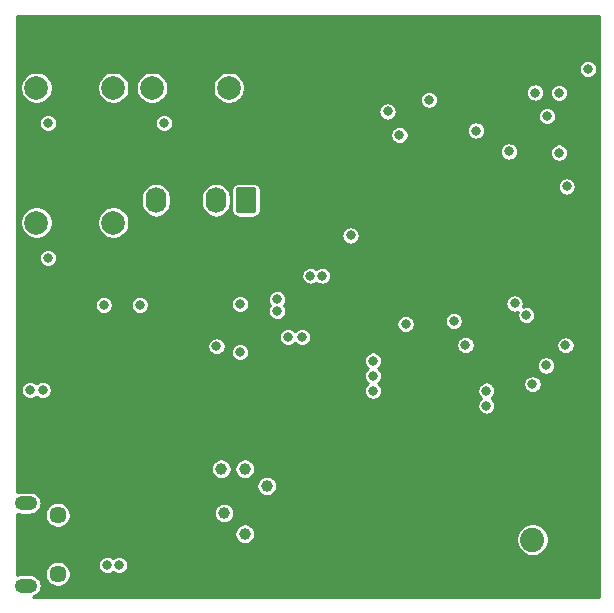
<source format=gbr>
G04 #@! TF.GenerationSoftware,KiCad,Pcbnew,(5.1.5)-3*
G04 #@! TF.CreationDate,2020-05-23T10:42:04+01:00*
G04 #@! TF.ProjectId,Chronos,4368726f-6e6f-4732-9e6b-696361645f70,X302*
G04 #@! TF.SameCoordinates,Original*
G04 #@! TF.FileFunction,Copper,L2,Inr*
G04 #@! TF.FilePolarity,Positive*
%FSLAX46Y46*%
G04 Gerber Fmt 4.6, Leading zero omitted, Abs format (unit mm)*
G04 Created by KiCad (PCBNEW (5.1.5)-3) date 2020-05-23 10:42:04*
%MOMM*%
%LPD*%
G04 APERTURE LIST*
%ADD10C,2.000000*%
%ADD11C,2.250000*%
%ADD12C,2.050000*%
%ADD13O,1.740000X2.200000*%
%ADD14C,0.100000*%
%ADD15O,1.900000X1.200000*%
%ADD16C,1.450000*%
%ADD17C,0.800000*%
%ADD18C,1.000000*%
%ADD19C,0.250000*%
G04 APERTURE END LIST*
D10*
X199300000Y-112000000D03*
X199300000Y-116500000D03*
X192800000Y-112000000D03*
X192800000Y-116500000D03*
X189500000Y-112000000D03*
X189500000Y-116500000D03*
X183000000Y-112000000D03*
X183000000Y-116500000D03*
X189500000Y-123400000D03*
X189500000Y-127900000D03*
X183000000Y-123400000D03*
X183000000Y-127900000D03*
D11*
X222460000Y-157290000D03*
X222460000Y-152210000D03*
X227540000Y-152210000D03*
X227540000Y-157290000D03*
D12*
X225000000Y-154750000D03*
D13*
X193130000Y-126000000D03*
X195670000Y-126000000D03*
X198210000Y-126000000D03*
G04 #@! TA.AperFunction,ViaPad*
D14*
G36*
X201394505Y-124901204D02*
G01*
X201418773Y-124904804D01*
X201442572Y-124910765D01*
X201465671Y-124919030D01*
X201487850Y-124929520D01*
X201508893Y-124942132D01*
X201528599Y-124956747D01*
X201546777Y-124973223D01*
X201563253Y-124991401D01*
X201577868Y-125011107D01*
X201590480Y-125032150D01*
X201600970Y-125054329D01*
X201609235Y-125077428D01*
X201615196Y-125101227D01*
X201618796Y-125125495D01*
X201620000Y-125149999D01*
X201620000Y-126850001D01*
X201618796Y-126874505D01*
X201615196Y-126898773D01*
X201609235Y-126922572D01*
X201600970Y-126945671D01*
X201590480Y-126967850D01*
X201577868Y-126988893D01*
X201563253Y-127008599D01*
X201546777Y-127026777D01*
X201528599Y-127043253D01*
X201508893Y-127057868D01*
X201487850Y-127070480D01*
X201465671Y-127080970D01*
X201442572Y-127089235D01*
X201418773Y-127095196D01*
X201394505Y-127098796D01*
X201370001Y-127100000D01*
X200129999Y-127100000D01*
X200105495Y-127098796D01*
X200081227Y-127095196D01*
X200057428Y-127089235D01*
X200034329Y-127080970D01*
X200012150Y-127070480D01*
X199991107Y-127057868D01*
X199971401Y-127043253D01*
X199953223Y-127026777D01*
X199936747Y-127008599D01*
X199922132Y-126988893D01*
X199909520Y-126967850D01*
X199899030Y-126945671D01*
X199890765Y-126922572D01*
X199884804Y-126898773D01*
X199881204Y-126874505D01*
X199880000Y-126850001D01*
X199880000Y-125149999D01*
X199881204Y-125125495D01*
X199884804Y-125101227D01*
X199890765Y-125077428D01*
X199899030Y-125054329D01*
X199909520Y-125032150D01*
X199922132Y-125011107D01*
X199936747Y-124991401D01*
X199953223Y-124973223D01*
X199971401Y-124956747D01*
X199991107Y-124942132D01*
X200012150Y-124929520D01*
X200034329Y-124919030D01*
X200057428Y-124910765D01*
X200081227Y-124904804D01*
X200105495Y-124901204D01*
X200129999Y-124900000D01*
X201370001Y-124900000D01*
X201394505Y-124901204D01*
G37*
G04 #@! TD.AperFunction*
D15*
X182112500Y-158650000D03*
X182112500Y-151650000D03*
D16*
X184812500Y-157650000D03*
X184812500Y-152650000D03*
D17*
X223265000Y-117900000D03*
X223265000Y-118900000D03*
X184600000Y-144060000D03*
X190800000Y-138460000D03*
X189800000Y-138460000D03*
X192100000Y-145400000D03*
D18*
X193650000Y-147250000D03*
X196150000Y-149250000D03*
X202500000Y-153600000D03*
X196150000Y-147250000D03*
X186791249Y-151800000D03*
D17*
X187800000Y-130300000D03*
X187800000Y-131375000D03*
X185250000Y-138460000D03*
X187300000Y-134890000D03*
X200250000Y-135915000D03*
X198250000Y-136465000D03*
X204750000Y-147600000D03*
X202500000Y-147600000D03*
X211500000Y-139595000D03*
X211500000Y-143405000D03*
X216365000Y-138250000D03*
X216365000Y-137250000D03*
X226800000Y-145800000D03*
X221515000Y-136750000D03*
X221515000Y-135750000D03*
X229735000Y-130900000D03*
X228550000Y-127850000D03*
X225000000Y-124085000D03*
X217235000Y-134500000D03*
X217235000Y-133500000D03*
X217235000Y-132500000D03*
X217235000Y-129500000D03*
X215725000Y-126450000D03*
X210600000Y-126030000D03*
X209600000Y-126030000D03*
X219200000Y-124020000D03*
X218200000Y-124020000D03*
X217200000Y-124020000D03*
X210765000Y-120500000D03*
X210765000Y-119500000D03*
X218205000Y-119500000D03*
X218205000Y-118500000D03*
X186300000Y-156900000D03*
X185900000Y-142090000D03*
X206700000Y-137600000D03*
X206700000Y-136400000D03*
X207900000Y-137600000D03*
X207900000Y-136400000D03*
X205500000Y-137600000D03*
X225235000Y-116900000D03*
X226235000Y-118900000D03*
X212735000Y-118500000D03*
X213735000Y-120500000D03*
X220200000Y-120115000D03*
X214265000Y-136485000D03*
X223485000Y-134750000D03*
X198250000Y-138385000D03*
X200250000Y-138885000D03*
X218335000Y-136250000D03*
X219335000Y-138250000D03*
X193800000Y-119485000D03*
X184000000Y-119485000D03*
X184000000Y-130885000D03*
D18*
X200650000Y-154250000D03*
X198900000Y-152500000D03*
X198650000Y-148750000D03*
X202500000Y-150200000D03*
X200650000Y-148750000D03*
D17*
X224485000Y-135750000D03*
X221100000Y-142135000D03*
X226150000Y-140000000D03*
X225000000Y-141600000D03*
X203400000Y-135400000D03*
X221100000Y-143405000D03*
X223000000Y-121885000D03*
X227250000Y-116915000D03*
X203400000Y-134400000D03*
X227264431Y-121985569D03*
X227900000Y-124850000D03*
X229685000Y-114915000D03*
X216235000Y-117500000D03*
X227800000Y-138300000D03*
X209600000Y-129000000D03*
X189000000Y-156900000D03*
X182475000Y-142090000D03*
X190000000Y-156900000D03*
X183537500Y-142090000D03*
X211500000Y-140865000D03*
X204300000Y-137600000D03*
X206200000Y-132400000D03*
X188700000Y-134890000D03*
X207200000Y-132400000D03*
X191750000Y-134890000D03*
X211500000Y-142135000D03*
X200250000Y-134800000D03*
D19*
G36*
X230600001Y-159600000D02*
G01*
X182689539Y-159600000D01*
X182837421Y-159555140D01*
X183006802Y-159464605D01*
X183155265Y-159342765D01*
X183277105Y-159194302D01*
X183367640Y-159024921D01*
X183423392Y-158841133D01*
X183442217Y-158650000D01*
X183423392Y-158458867D01*
X183367640Y-158275079D01*
X183277105Y-158105698D01*
X183155265Y-157957235D01*
X183006802Y-157835395D01*
X182837421Y-157744860D01*
X182653633Y-157689108D01*
X182510392Y-157675000D01*
X181714608Y-157675000D01*
X181571367Y-157689108D01*
X181400000Y-157741092D01*
X181400000Y-157541659D01*
X183712500Y-157541659D01*
X183712500Y-157758341D01*
X183754773Y-157970858D01*
X183837693Y-158171045D01*
X183958075Y-158351209D01*
X184111291Y-158504425D01*
X184291455Y-158624807D01*
X184491642Y-158707727D01*
X184704159Y-158750000D01*
X184920841Y-158750000D01*
X185133358Y-158707727D01*
X185333545Y-158624807D01*
X185513709Y-158504425D01*
X185666925Y-158351209D01*
X185787307Y-158171045D01*
X185870227Y-157970858D01*
X185912500Y-157758341D01*
X185912500Y-157541659D01*
X185870227Y-157329142D01*
X185787307Y-157128955D01*
X185666925Y-156948791D01*
X185541803Y-156823669D01*
X188225000Y-156823669D01*
X188225000Y-156976331D01*
X188254783Y-157126059D01*
X188313204Y-157267100D01*
X188398018Y-157394034D01*
X188505966Y-157501982D01*
X188632900Y-157586796D01*
X188773941Y-157645217D01*
X188923669Y-157675000D01*
X189076331Y-157675000D01*
X189226059Y-157645217D01*
X189367100Y-157586796D01*
X189494034Y-157501982D01*
X189500000Y-157496016D01*
X189505966Y-157501982D01*
X189632900Y-157586796D01*
X189773941Y-157645217D01*
X189923669Y-157675000D01*
X190076331Y-157675000D01*
X190226059Y-157645217D01*
X190367100Y-157586796D01*
X190494034Y-157501982D01*
X190601982Y-157394034D01*
X190686796Y-157267100D01*
X190745217Y-157126059D01*
X190775000Y-156976331D01*
X190775000Y-156823669D01*
X190745217Y-156673941D01*
X190686796Y-156532900D01*
X190601982Y-156405966D01*
X190494034Y-156298018D01*
X190367100Y-156213204D01*
X190226059Y-156154783D01*
X190076331Y-156125000D01*
X189923669Y-156125000D01*
X189773941Y-156154783D01*
X189632900Y-156213204D01*
X189505966Y-156298018D01*
X189500000Y-156303984D01*
X189494034Y-156298018D01*
X189367100Y-156213204D01*
X189226059Y-156154783D01*
X189076331Y-156125000D01*
X188923669Y-156125000D01*
X188773941Y-156154783D01*
X188632900Y-156213204D01*
X188505966Y-156298018D01*
X188398018Y-156405966D01*
X188313204Y-156532900D01*
X188254783Y-156673941D01*
X188225000Y-156823669D01*
X185541803Y-156823669D01*
X185513709Y-156795575D01*
X185333545Y-156675193D01*
X185133358Y-156592273D01*
X184920841Y-156550000D01*
X184704159Y-156550000D01*
X184491642Y-156592273D01*
X184291455Y-156675193D01*
X184111291Y-156795575D01*
X183958075Y-156948791D01*
X183837693Y-157128955D01*
X183754773Y-157329142D01*
X183712500Y-157541659D01*
X181400000Y-157541659D01*
X181400000Y-154163820D01*
X199775000Y-154163820D01*
X199775000Y-154336180D01*
X199808626Y-154505228D01*
X199874585Y-154664468D01*
X199970343Y-154807780D01*
X200092220Y-154929657D01*
X200235532Y-155025415D01*
X200394772Y-155091374D01*
X200563820Y-155125000D01*
X200736180Y-155125000D01*
X200905228Y-155091374D01*
X201064468Y-155025415D01*
X201207780Y-154929657D01*
X201329657Y-154807780D01*
X201425415Y-154664468D01*
X201447101Y-154612112D01*
X223600000Y-154612112D01*
X223600000Y-154887888D01*
X223653801Y-155158365D01*
X223759336Y-155413149D01*
X223912549Y-155642448D01*
X224107552Y-155837451D01*
X224336851Y-155990664D01*
X224591635Y-156096199D01*
X224862112Y-156150000D01*
X225137888Y-156150000D01*
X225408365Y-156096199D01*
X225663149Y-155990664D01*
X225892448Y-155837451D01*
X226087451Y-155642448D01*
X226240664Y-155413149D01*
X226346199Y-155158365D01*
X226400000Y-154887888D01*
X226400000Y-154612112D01*
X226346199Y-154341635D01*
X226240664Y-154086851D01*
X226087451Y-153857552D01*
X225892448Y-153662549D01*
X225663149Y-153509336D01*
X225408365Y-153403801D01*
X225137888Y-153350000D01*
X224862112Y-153350000D01*
X224591635Y-153403801D01*
X224336851Y-153509336D01*
X224107552Y-153662549D01*
X223912549Y-153857552D01*
X223759336Y-154086851D01*
X223653801Y-154341635D01*
X223600000Y-154612112D01*
X201447101Y-154612112D01*
X201491374Y-154505228D01*
X201525000Y-154336180D01*
X201525000Y-154163820D01*
X201491374Y-153994772D01*
X201425415Y-153835532D01*
X201329657Y-153692220D01*
X201207780Y-153570343D01*
X201064468Y-153474585D01*
X200905228Y-153408626D01*
X200736180Y-153375000D01*
X200563820Y-153375000D01*
X200394772Y-153408626D01*
X200235532Y-153474585D01*
X200092220Y-153570343D01*
X199970343Y-153692220D01*
X199874585Y-153835532D01*
X199808626Y-153994772D01*
X199775000Y-154163820D01*
X181400000Y-154163820D01*
X181400000Y-152558908D01*
X181571367Y-152610892D01*
X181714608Y-152625000D01*
X182510392Y-152625000D01*
X182653633Y-152610892D01*
X182837421Y-152555140D01*
X182862642Y-152541659D01*
X183712500Y-152541659D01*
X183712500Y-152758341D01*
X183754773Y-152970858D01*
X183837693Y-153171045D01*
X183958075Y-153351209D01*
X184111291Y-153504425D01*
X184291455Y-153624807D01*
X184491642Y-153707727D01*
X184704159Y-153750000D01*
X184920841Y-153750000D01*
X185133358Y-153707727D01*
X185333545Y-153624807D01*
X185513709Y-153504425D01*
X185666925Y-153351209D01*
X185787307Y-153171045D01*
X185870227Y-152970858D01*
X185912500Y-152758341D01*
X185912500Y-152541659D01*
X185887071Y-152413820D01*
X198025000Y-152413820D01*
X198025000Y-152586180D01*
X198058626Y-152755228D01*
X198124585Y-152914468D01*
X198220343Y-153057780D01*
X198342220Y-153179657D01*
X198485532Y-153275415D01*
X198644772Y-153341374D01*
X198813820Y-153375000D01*
X198986180Y-153375000D01*
X199155228Y-153341374D01*
X199314468Y-153275415D01*
X199457780Y-153179657D01*
X199579657Y-153057780D01*
X199675415Y-152914468D01*
X199741374Y-152755228D01*
X199775000Y-152586180D01*
X199775000Y-152413820D01*
X199741374Y-152244772D01*
X199675415Y-152085532D01*
X199579657Y-151942220D01*
X199457780Y-151820343D01*
X199314468Y-151724585D01*
X199155228Y-151658626D01*
X198986180Y-151625000D01*
X198813820Y-151625000D01*
X198644772Y-151658626D01*
X198485532Y-151724585D01*
X198342220Y-151820343D01*
X198220343Y-151942220D01*
X198124585Y-152085532D01*
X198058626Y-152244772D01*
X198025000Y-152413820D01*
X185887071Y-152413820D01*
X185870227Y-152329142D01*
X185787307Y-152128955D01*
X185666925Y-151948791D01*
X185513709Y-151795575D01*
X185333545Y-151675193D01*
X185133358Y-151592273D01*
X184920841Y-151550000D01*
X184704159Y-151550000D01*
X184491642Y-151592273D01*
X184291455Y-151675193D01*
X184111291Y-151795575D01*
X183958075Y-151948791D01*
X183837693Y-152128955D01*
X183754773Y-152329142D01*
X183712500Y-152541659D01*
X182862642Y-152541659D01*
X183006802Y-152464605D01*
X183155265Y-152342765D01*
X183277105Y-152194302D01*
X183367640Y-152024921D01*
X183423392Y-151841133D01*
X183442217Y-151650000D01*
X183423392Y-151458867D01*
X183367640Y-151275079D01*
X183277105Y-151105698D01*
X183155265Y-150957235D01*
X183006802Y-150835395D01*
X182837421Y-150744860D01*
X182653633Y-150689108D01*
X182510392Y-150675000D01*
X181714608Y-150675000D01*
X181571367Y-150689108D01*
X181400000Y-150741092D01*
X181400000Y-150113820D01*
X201625000Y-150113820D01*
X201625000Y-150286180D01*
X201658626Y-150455228D01*
X201724585Y-150614468D01*
X201820343Y-150757780D01*
X201942220Y-150879657D01*
X202085532Y-150975415D01*
X202244772Y-151041374D01*
X202413820Y-151075000D01*
X202586180Y-151075000D01*
X202755228Y-151041374D01*
X202914468Y-150975415D01*
X203057780Y-150879657D01*
X203179657Y-150757780D01*
X203275415Y-150614468D01*
X203341374Y-150455228D01*
X203375000Y-150286180D01*
X203375000Y-150113820D01*
X203341374Y-149944772D01*
X203275415Y-149785532D01*
X203179657Y-149642220D01*
X203057780Y-149520343D01*
X202914468Y-149424585D01*
X202755228Y-149358626D01*
X202586180Y-149325000D01*
X202413820Y-149325000D01*
X202244772Y-149358626D01*
X202085532Y-149424585D01*
X201942220Y-149520343D01*
X201820343Y-149642220D01*
X201724585Y-149785532D01*
X201658626Y-149944772D01*
X201625000Y-150113820D01*
X181400000Y-150113820D01*
X181400000Y-148663820D01*
X197775000Y-148663820D01*
X197775000Y-148836180D01*
X197808626Y-149005228D01*
X197874585Y-149164468D01*
X197970343Y-149307780D01*
X198092220Y-149429657D01*
X198235532Y-149525415D01*
X198394772Y-149591374D01*
X198563820Y-149625000D01*
X198736180Y-149625000D01*
X198905228Y-149591374D01*
X199064468Y-149525415D01*
X199207780Y-149429657D01*
X199329657Y-149307780D01*
X199425415Y-149164468D01*
X199491374Y-149005228D01*
X199525000Y-148836180D01*
X199525000Y-148663820D01*
X199775000Y-148663820D01*
X199775000Y-148836180D01*
X199808626Y-149005228D01*
X199874585Y-149164468D01*
X199970343Y-149307780D01*
X200092220Y-149429657D01*
X200235532Y-149525415D01*
X200394772Y-149591374D01*
X200563820Y-149625000D01*
X200736180Y-149625000D01*
X200905228Y-149591374D01*
X201064468Y-149525415D01*
X201207780Y-149429657D01*
X201329657Y-149307780D01*
X201425415Y-149164468D01*
X201491374Y-149005228D01*
X201525000Y-148836180D01*
X201525000Y-148663820D01*
X201491374Y-148494772D01*
X201425415Y-148335532D01*
X201329657Y-148192220D01*
X201207780Y-148070343D01*
X201064468Y-147974585D01*
X200905228Y-147908626D01*
X200736180Y-147875000D01*
X200563820Y-147875000D01*
X200394772Y-147908626D01*
X200235532Y-147974585D01*
X200092220Y-148070343D01*
X199970343Y-148192220D01*
X199874585Y-148335532D01*
X199808626Y-148494772D01*
X199775000Y-148663820D01*
X199525000Y-148663820D01*
X199491374Y-148494772D01*
X199425415Y-148335532D01*
X199329657Y-148192220D01*
X199207780Y-148070343D01*
X199064468Y-147974585D01*
X198905228Y-147908626D01*
X198736180Y-147875000D01*
X198563820Y-147875000D01*
X198394772Y-147908626D01*
X198235532Y-147974585D01*
X198092220Y-148070343D01*
X197970343Y-148192220D01*
X197874585Y-148335532D01*
X197808626Y-148494772D01*
X197775000Y-148663820D01*
X181400000Y-148663820D01*
X181400000Y-142013669D01*
X181700000Y-142013669D01*
X181700000Y-142166331D01*
X181729783Y-142316059D01*
X181788204Y-142457100D01*
X181873018Y-142584034D01*
X181980966Y-142691982D01*
X182107900Y-142776796D01*
X182248941Y-142835217D01*
X182398669Y-142865000D01*
X182551331Y-142865000D01*
X182701059Y-142835217D01*
X182842100Y-142776796D01*
X182969034Y-142691982D01*
X183006250Y-142654766D01*
X183043466Y-142691982D01*
X183170400Y-142776796D01*
X183311441Y-142835217D01*
X183461169Y-142865000D01*
X183613831Y-142865000D01*
X183763559Y-142835217D01*
X183904600Y-142776796D01*
X184031534Y-142691982D01*
X184139482Y-142584034D01*
X184224296Y-142457100D01*
X184282717Y-142316059D01*
X184312500Y-142166331D01*
X184312500Y-142013669D01*
X184282717Y-141863941D01*
X184224296Y-141722900D01*
X184139482Y-141595966D01*
X184031534Y-141488018D01*
X183904600Y-141403204D01*
X183763559Y-141344783D01*
X183613831Y-141315000D01*
X183461169Y-141315000D01*
X183311441Y-141344783D01*
X183170400Y-141403204D01*
X183043466Y-141488018D01*
X183006250Y-141525234D01*
X182969034Y-141488018D01*
X182842100Y-141403204D01*
X182701059Y-141344783D01*
X182551331Y-141315000D01*
X182398669Y-141315000D01*
X182248941Y-141344783D01*
X182107900Y-141403204D01*
X181980966Y-141488018D01*
X181873018Y-141595966D01*
X181788204Y-141722900D01*
X181729783Y-141863941D01*
X181700000Y-142013669D01*
X181400000Y-142013669D01*
X181400000Y-138308669D01*
X197475000Y-138308669D01*
X197475000Y-138461331D01*
X197504783Y-138611059D01*
X197563204Y-138752100D01*
X197648018Y-138879034D01*
X197755966Y-138986982D01*
X197882900Y-139071796D01*
X198023941Y-139130217D01*
X198173669Y-139160000D01*
X198326331Y-139160000D01*
X198476059Y-139130217D01*
X198617100Y-139071796D01*
X198744034Y-138986982D01*
X198851982Y-138879034D01*
X198898998Y-138808669D01*
X199475000Y-138808669D01*
X199475000Y-138961331D01*
X199504783Y-139111059D01*
X199563204Y-139252100D01*
X199648018Y-139379034D01*
X199755966Y-139486982D01*
X199882900Y-139571796D01*
X200023941Y-139630217D01*
X200173669Y-139660000D01*
X200326331Y-139660000D01*
X200476059Y-139630217D01*
X200617100Y-139571796D01*
X200696610Y-139518669D01*
X210725000Y-139518669D01*
X210725000Y-139671331D01*
X210754783Y-139821059D01*
X210813204Y-139962100D01*
X210898018Y-140089034D01*
X211005966Y-140196982D01*
X211055381Y-140230000D01*
X211005966Y-140263018D01*
X210898018Y-140370966D01*
X210813204Y-140497900D01*
X210754783Y-140638941D01*
X210725000Y-140788669D01*
X210725000Y-140941331D01*
X210754783Y-141091059D01*
X210813204Y-141232100D01*
X210898018Y-141359034D01*
X211005966Y-141466982D01*
X211055381Y-141500000D01*
X211005966Y-141533018D01*
X210898018Y-141640966D01*
X210813204Y-141767900D01*
X210754783Y-141908941D01*
X210725000Y-142058669D01*
X210725000Y-142211331D01*
X210754783Y-142361059D01*
X210813204Y-142502100D01*
X210898018Y-142629034D01*
X211005966Y-142736982D01*
X211132900Y-142821796D01*
X211273941Y-142880217D01*
X211423669Y-142910000D01*
X211576331Y-142910000D01*
X211726059Y-142880217D01*
X211867100Y-142821796D01*
X211994034Y-142736982D01*
X212101982Y-142629034D01*
X212186796Y-142502100D01*
X212245217Y-142361059D01*
X212275000Y-142211331D01*
X212275000Y-142058669D01*
X220325000Y-142058669D01*
X220325000Y-142211331D01*
X220354783Y-142361059D01*
X220413204Y-142502100D01*
X220498018Y-142629034D01*
X220605966Y-142736982D01*
X220655381Y-142770000D01*
X220605966Y-142803018D01*
X220498018Y-142910966D01*
X220413204Y-143037900D01*
X220354783Y-143178941D01*
X220325000Y-143328669D01*
X220325000Y-143481331D01*
X220354783Y-143631059D01*
X220413204Y-143772100D01*
X220498018Y-143899034D01*
X220605966Y-144006982D01*
X220732900Y-144091796D01*
X220873941Y-144150217D01*
X221023669Y-144180000D01*
X221176331Y-144180000D01*
X221326059Y-144150217D01*
X221467100Y-144091796D01*
X221594034Y-144006982D01*
X221701982Y-143899034D01*
X221786796Y-143772100D01*
X221845217Y-143631059D01*
X221875000Y-143481331D01*
X221875000Y-143328669D01*
X221845217Y-143178941D01*
X221786796Y-143037900D01*
X221701982Y-142910966D01*
X221594034Y-142803018D01*
X221544619Y-142770000D01*
X221594034Y-142736982D01*
X221701982Y-142629034D01*
X221786796Y-142502100D01*
X221845217Y-142361059D01*
X221875000Y-142211331D01*
X221875000Y-142058669D01*
X221845217Y-141908941D01*
X221786796Y-141767900D01*
X221701982Y-141640966D01*
X221594034Y-141533018D01*
X221580043Y-141523669D01*
X224225000Y-141523669D01*
X224225000Y-141676331D01*
X224254783Y-141826059D01*
X224313204Y-141967100D01*
X224398018Y-142094034D01*
X224505966Y-142201982D01*
X224632900Y-142286796D01*
X224773941Y-142345217D01*
X224923669Y-142375000D01*
X225076331Y-142375000D01*
X225226059Y-142345217D01*
X225367100Y-142286796D01*
X225494034Y-142201982D01*
X225601982Y-142094034D01*
X225686796Y-141967100D01*
X225745217Y-141826059D01*
X225775000Y-141676331D01*
X225775000Y-141523669D01*
X225745217Y-141373941D01*
X225686796Y-141232900D01*
X225601982Y-141105966D01*
X225494034Y-140998018D01*
X225367100Y-140913204D01*
X225226059Y-140854783D01*
X225076331Y-140825000D01*
X224923669Y-140825000D01*
X224773941Y-140854783D01*
X224632900Y-140913204D01*
X224505966Y-140998018D01*
X224398018Y-141105966D01*
X224313204Y-141232900D01*
X224254783Y-141373941D01*
X224225000Y-141523669D01*
X221580043Y-141523669D01*
X221467100Y-141448204D01*
X221326059Y-141389783D01*
X221176331Y-141360000D01*
X221023669Y-141360000D01*
X220873941Y-141389783D01*
X220732900Y-141448204D01*
X220605966Y-141533018D01*
X220498018Y-141640966D01*
X220413204Y-141767900D01*
X220354783Y-141908941D01*
X220325000Y-142058669D01*
X212275000Y-142058669D01*
X212245217Y-141908941D01*
X212186796Y-141767900D01*
X212101982Y-141640966D01*
X211994034Y-141533018D01*
X211944619Y-141500000D01*
X211994034Y-141466982D01*
X212101982Y-141359034D01*
X212186796Y-141232100D01*
X212245217Y-141091059D01*
X212275000Y-140941331D01*
X212275000Y-140788669D01*
X212245217Y-140638941D01*
X212186796Y-140497900D01*
X212101982Y-140370966D01*
X211994034Y-140263018D01*
X211944619Y-140230000D01*
X211994034Y-140196982D01*
X212101982Y-140089034D01*
X212186796Y-139962100D01*
X212202714Y-139923669D01*
X225375000Y-139923669D01*
X225375000Y-140076331D01*
X225404783Y-140226059D01*
X225463204Y-140367100D01*
X225548018Y-140494034D01*
X225655966Y-140601982D01*
X225782900Y-140686796D01*
X225923941Y-140745217D01*
X226073669Y-140775000D01*
X226226331Y-140775000D01*
X226376059Y-140745217D01*
X226517100Y-140686796D01*
X226644034Y-140601982D01*
X226751982Y-140494034D01*
X226836796Y-140367100D01*
X226895217Y-140226059D01*
X226925000Y-140076331D01*
X226925000Y-139923669D01*
X226895217Y-139773941D01*
X226836796Y-139632900D01*
X226751982Y-139505966D01*
X226644034Y-139398018D01*
X226517100Y-139313204D01*
X226376059Y-139254783D01*
X226226331Y-139225000D01*
X226073669Y-139225000D01*
X225923941Y-139254783D01*
X225782900Y-139313204D01*
X225655966Y-139398018D01*
X225548018Y-139505966D01*
X225463204Y-139632900D01*
X225404783Y-139773941D01*
X225375000Y-139923669D01*
X212202714Y-139923669D01*
X212245217Y-139821059D01*
X212275000Y-139671331D01*
X212275000Y-139518669D01*
X212245217Y-139368941D01*
X212186796Y-139227900D01*
X212101982Y-139100966D01*
X211994034Y-138993018D01*
X211867100Y-138908204D01*
X211726059Y-138849783D01*
X211576331Y-138820000D01*
X211423669Y-138820000D01*
X211273941Y-138849783D01*
X211132900Y-138908204D01*
X211005966Y-138993018D01*
X210898018Y-139100966D01*
X210813204Y-139227900D01*
X210754783Y-139368941D01*
X210725000Y-139518669D01*
X200696610Y-139518669D01*
X200744034Y-139486982D01*
X200851982Y-139379034D01*
X200936796Y-139252100D01*
X200995217Y-139111059D01*
X201025000Y-138961331D01*
X201025000Y-138808669D01*
X200995217Y-138658941D01*
X200936796Y-138517900D01*
X200851982Y-138390966D01*
X200744034Y-138283018D01*
X200617100Y-138198204D01*
X200476059Y-138139783D01*
X200326331Y-138110000D01*
X200173669Y-138110000D01*
X200023941Y-138139783D01*
X199882900Y-138198204D01*
X199755966Y-138283018D01*
X199648018Y-138390966D01*
X199563204Y-138517900D01*
X199504783Y-138658941D01*
X199475000Y-138808669D01*
X198898998Y-138808669D01*
X198936796Y-138752100D01*
X198995217Y-138611059D01*
X199025000Y-138461331D01*
X199025000Y-138308669D01*
X198995217Y-138158941D01*
X198936796Y-138017900D01*
X198851982Y-137890966D01*
X198744034Y-137783018D01*
X198617100Y-137698204D01*
X198476059Y-137639783D01*
X198326331Y-137610000D01*
X198173669Y-137610000D01*
X198023941Y-137639783D01*
X197882900Y-137698204D01*
X197755966Y-137783018D01*
X197648018Y-137890966D01*
X197563204Y-138017900D01*
X197504783Y-138158941D01*
X197475000Y-138308669D01*
X181400000Y-138308669D01*
X181400000Y-137523669D01*
X203525000Y-137523669D01*
X203525000Y-137676331D01*
X203554783Y-137826059D01*
X203613204Y-137967100D01*
X203698018Y-138094034D01*
X203805966Y-138201982D01*
X203932900Y-138286796D01*
X204073941Y-138345217D01*
X204223669Y-138375000D01*
X204376331Y-138375000D01*
X204526059Y-138345217D01*
X204667100Y-138286796D01*
X204794034Y-138201982D01*
X204900000Y-138096016D01*
X205005966Y-138201982D01*
X205132900Y-138286796D01*
X205273941Y-138345217D01*
X205423669Y-138375000D01*
X205576331Y-138375000D01*
X205726059Y-138345217D01*
X205867100Y-138286796D01*
X205994034Y-138201982D01*
X206022347Y-138173669D01*
X218560000Y-138173669D01*
X218560000Y-138326331D01*
X218589783Y-138476059D01*
X218648204Y-138617100D01*
X218733018Y-138744034D01*
X218840966Y-138851982D01*
X218967900Y-138936796D01*
X219108941Y-138995217D01*
X219258669Y-139025000D01*
X219411331Y-139025000D01*
X219561059Y-138995217D01*
X219702100Y-138936796D01*
X219829034Y-138851982D01*
X219936982Y-138744034D01*
X220021796Y-138617100D01*
X220080217Y-138476059D01*
X220110000Y-138326331D01*
X220110000Y-138223669D01*
X227025000Y-138223669D01*
X227025000Y-138376331D01*
X227054783Y-138526059D01*
X227113204Y-138667100D01*
X227198018Y-138794034D01*
X227305966Y-138901982D01*
X227432900Y-138986796D01*
X227573941Y-139045217D01*
X227723669Y-139075000D01*
X227876331Y-139075000D01*
X228026059Y-139045217D01*
X228167100Y-138986796D01*
X228294034Y-138901982D01*
X228401982Y-138794034D01*
X228486796Y-138667100D01*
X228545217Y-138526059D01*
X228575000Y-138376331D01*
X228575000Y-138223669D01*
X228545217Y-138073941D01*
X228486796Y-137932900D01*
X228401982Y-137805966D01*
X228294034Y-137698018D01*
X228167100Y-137613204D01*
X228026059Y-137554783D01*
X227876331Y-137525000D01*
X227723669Y-137525000D01*
X227573941Y-137554783D01*
X227432900Y-137613204D01*
X227305966Y-137698018D01*
X227198018Y-137805966D01*
X227113204Y-137932900D01*
X227054783Y-138073941D01*
X227025000Y-138223669D01*
X220110000Y-138223669D01*
X220110000Y-138173669D01*
X220080217Y-138023941D01*
X220021796Y-137882900D01*
X219936982Y-137755966D01*
X219829034Y-137648018D01*
X219702100Y-137563204D01*
X219561059Y-137504783D01*
X219411331Y-137475000D01*
X219258669Y-137475000D01*
X219108941Y-137504783D01*
X218967900Y-137563204D01*
X218840966Y-137648018D01*
X218733018Y-137755966D01*
X218648204Y-137882900D01*
X218589783Y-138023941D01*
X218560000Y-138173669D01*
X206022347Y-138173669D01*
X206101982Y-138094034D01*
X206186796Y-137967100D01*
X206245217Y-137826059D01*
X206275000Y-137676331D01*
X206275000Y-137523669D01*
X206245217Y-137373941D01*
X206186796Y-137232900D01*
X206101982Y-137105966D01*
X205994034Y-136998018D01*
X205867100Y-136913204D01*
X205726059Y-136854783D01*
X205576331Y-136825000D01*
X205423669Y-136825000D01*
X205273941Y-136854783D01*
X205132900Y-136913204D01*
X205005966Y-136998018D01*
X204900000Y-137103984D01*
X204794034Y-136998018D01*
X204667100Y-136913204D01*
X204526059Y-136854783D01*
X204376331Y-136825000D01*
X204223669Y-136825000D01*
X204073941Y-136854783D01*
X203932900Y-136913204D01*
X203805966Y-136998018D01*
X203698018Y-137105966D01*
X203613204Y-137232900D01*
X203554783Y-137373941D01*
X203525000Y-137523669D01*
X181400000Y-137523669D01*
X181400000Y-136408669D01*
X213490000Y-136408669D01*
X213490000Y-136561331D01*
X213519783Y-136711059D01*
X213578204Y-136852100D01*
X213663018Y-136979034D01*
X213770966Y-137086982D01*
X213897900Y-137171796D01*
X214038941Y-137230217D01*
X214188669Y-137260000D01*
X214341331Y-137260000D01*
X214491059Y-137230217D01*
X214632100Y-137171796D01*
X214759034Y-137086982D01*
X214866982Y-136979034D01*
X214951796Y-136852100D01*
X215010217Y-136711059D01*
X215040000Y-136561331D01*
X215040000Y-136408669D01*
X215010217Y-136258941D01*
X214974897Y-136173669D01*
X217560000Y-136173669D01*
X217560000Y-136326331D01*
X217589783Y-136476059D01*
X217648204Y-136617100D01*
X217733018Y-136744034D01*
X217840966Y-136851982D01*
X217967900Y-136936796D01*
X218108941Y-136995217D01*
X218258669Y-137025000D01*
X218411331Y-137025000D01*
X218561059Y-136995217D01*
X218702100Y-136936796D01*
X218829034Y-136851982D01*
X218936982Y-136744034D01*
X219021796Y-136617100D01*
X219080217Y-136476059D01*
X219110000Y-136326331D01*
X219110000Y-136173669D01*
X219080217Y-136023941D01*
X219021796Y-135882900D01*
X218936982Y-135755966D01*
X218829034Y-135648018D01*
X218702100Y-135563204D01*
X218561059Y-135504783D01*
X218411331Y-135475000D01*
X218258669Y-135475000D01*
X218108941Y-135504783D01*
X217967900Y-135563204D01*
X217840966Y-135648018D01*
X217733018Y-135755966D01*
X217648204Y-135882900D01*
X217589783Y-136023941D01*
X217560000Y-136173669D01*
X214974897Y-136173669D01*
X214951796Y-136117900D01*
X214866982Y-135990966D01*
X214759034Y-135883018D01*
X214632100Y-135798204D01*
X214491059Y-135739783D01*
X214341331Y-135710000D01*
X214188669Y-135710000D01*
X214038941Y-135739783D01*
X213897900Y-135798204D01*
X213770966Y-135883018D01*
X213663018Y-135990966D01*
X213578204Y-136117900D01*
X213519783Y-136258941D01*
X213490000Y-136408669D01*
X181400000Y-136408669D01*
X181400000Y-134813669D01*
X187925000Y-134813669D01*
X187925000Y-134966331D01*
X187954783Y-135116059D01*
X188013204Y-135257100D01*
X188098018Y-135384034D01*
X188205966Y-135491982D01*
X188332900Y-135576796D01*
X188473941Y-135635217D01*
X188623669Y-135665000D01*
X188776331Y-135665000D01*
X188926059Y-135635217D01*
X189067100Y-135576796D01*
X189194034Y-135491982D01*
X189301982Y-135384034D01*
X189386796Y-135257100D01*
X189445217Y-135116059D01*
X189475000Y-134966331D01*
X189475000Y-134813669D01*
X190975000Y-134813669D01*
X190975000Y-134966331D01*
X191004783Y-135116059D01*
X191063204Y-135257100D01*
X191148018Y-135384034D01*
X191255966Y-135491982D01*
X191382900Y-135576796D01*
X191523941Y-135635217D01*
X191673669Y-135665000D01*
X191826331Y-135665000D01*
X191976059Y-135635217D01*
X192117100Y-135576796D01*
X192244034Y-135491982D01*
X192351982Y-135384034D01*
X192436796Y-135257100D01*
X192495217Y-135116059D01*
X192525000Y-134966331D01*
X192525000Y-134813669D01*
X192507098Y-134723669D01*
X199475000Y-134723669D01*
X199475000Y-134876331D01*
X199504783Y-135026059D01*
X199563204Y-135167100D01*
X199648018Y-135294034D01*
X199755966Y-135401982D01*
X199882900Y-135486796D01*
X200023941Y-135545217D01*
X200173669Y-135575000D01*
X200326331Y-135575000D01*
X200476059Y-135545217D01*
X200617100Y-135486796D01*
X200744034Y-135401982D01*
X200851982Y-135294034D01*
X200936796Y-135167100D01*
X200995217Y-135026059D01*
X201025000Y-134876331D01*
X201025000Y-134723669D01*
X200995217Y-134573941D01*
X200936796Y-134432900D01*
X200863811Y-134323669D01*
X202625000Y-134323669D01*
X202625000Y-134476331D01*
X202654783Y-134626059D01*
X202713204Y-134767100D01*
X202798018Y-134894034D01*
X202803984Y-134900000D01*
X202798018Y-134905966D01*
X202713204Y-135032900D01*
X202654783Y-135173941D01*
X202625000Y-135323669D01*
X202625000Y-135476331D01*
X202654783Y-135626059D01*
X202713204Y-135767100D01*
X202798018Y-135894034D01*
X202905966Y-136001982D01*
X203032900Y-136086796D01*
X203173941Y-136145217D01*
X203323669Y-136175000D01*
X203476331Y-136175000D01*
X203626059Y-136145217D01*
X203767100Y-136086796D01*
X203894034Y-136001982D01*
X204001982Y-135894034D01*
X204086796Y-135767100D01*
X204145217Y-135626059D01*
X204175000Y-135476331D01*
X204175000Y-135323669D01*
X204145217Y-135173941D01*
X204086796Y-135032900D01*
X204001982Y-134905966D01*
X203996016Y-134900000D01*
X204001982Y-134894034D01*
X204086796Y-134767100D01*
X204125496Y-134673669D01*
X222710000Y-134673669D01*
X222710000Y-134826331D01*
X222739783Y-134976059D01*
X222798204Y-135117100D01*
X222883018Y-135244034D01*
X222990966Y-135351982D01*
X223117900Y-135436796D01*
X223258941Y-135495217D01*
X223408669Y-135525000D01*
X223561331Y-135525000D01*
X223711059Y-135495217D01*
X223760094Y-135474906D01*
X223739783Y-135523941D01*
X223710000Y-135673669D01*
X223710000Y-135826331D01*
X223739783Y-135976059D01*
X223798204Y-136117100D01*
X223883018Y-136244034D01*
X223990966Y-136351982D01*
X224117900Y-136436796D01*
X224258941Y-136495217D01*
X224408669Y-136525000D01*
X224561331Y-136525000D01*
X224711059Y-136495217D01*
X224852100Y-136436796D01*
X224979034Y-136351982D01*
X225086982Y-136244034D01*
X225171796Y-136117100D01*
X225230217Y-135976059D01*
X225260000Y-135826331D01*
X225260000Y-135673669D01*
X225230217Y-135523941D01*
X225171796Y-135382900D01*
X225086982Y-135255966D01*
X224979034Y-135148018D01*
X224852100Y-135063204D01*
X224711059Y-135004783D01*
X224561331Y-134975000D01*
X224408669Y-134975000D01*
X224258941Y-135004783D01*
X224209906Y-135025094D01*
X224230217Y-134976059D01*
X224260000Y-134826331D01*
X224260000Y-134673669D01*
X224230217Y-134523941D01*
X224171796Y-134382900D01*
X224086982Y-134255966D01*
X223979034Y-134148018D01*
X223852100Y-134063204D01*
X223711059Y-134004783D01*
X223561331Y-133975000D01*
X223408669Y-133975000D01*
X223258941Y-134004783D01*
X223117900Y-134063204D01*
X222990966Y-134148018D01*
X222883018Y-134255966D01*
X222798204Y-134382900D01*
X222739783Y-134523941D01*
X222710000Y-134673669D01*
X204125496Y-134673669D01*
X204145217Y-134626059D01*
X204175000Y-134476331D01*
X204175000Y-134323669D01*
X204145217Y-134173941D01*
X204086796Y-134032900D01*
X204001982Y-133905966D01*
X203894034Y-133798018D01*
X203767100Y-133713204D01*
X203626059Y-133654783D01*
X203476331Y-133625000D01*
X203323669Y-133625000D01*
X203173941Y-133654783D01*
X203032900Y-133713204D01*
X202905966Y-133798018D01*
X202798018Y-133905966D01*
X202713204Y-134032900D01*
X202654783Y-134173941D01*
X202625000Y-134323669D01*
X200863811Y-134323669D01*
X200851982Y-134305966D01*
X200744034Y-134198018D01*
X200617100Y-134113204D01*
X200476059Y-134054783D01*
X200326331Y-134025000D01*
X200173669Y-134025000D01*
X200023941Y-134054783D01*
X199882900Y-134113204D01*
X199755966Y-134198018D01*
X199648018Y-134305966D01*
X199563204Y-134432900D01*
X199504783Y-134573941D01*
X199475000Y-134723669D01*
X192507098Y-134723669D01*
X192495217Y-134663941D01*
X192436796Y-134522900D01*
X192351982Y-134395966D01*
X192244034Y-134288018D01*
X192117100Y-134203204D01*
X191976059Y-134144783D01*
X191826331Y-134115000D01*
X191673669Y-134115000D01*
X191523941Y-134144783D01*
X191382900Y-134203204D01*
X191255966Y-134288018D01*
X191148018Y-134395966D01*
X191063204Y-134522900D01*
X191004783Y-134663941D01*
X190975000Y-134813669D01*
X189475000Y-134813669D01*
X189445217Y-134663941D01*
X189386796Y-134522900D01*
X189301982Y-134395966D01*
X189194034Y-134288018D01*
X189067100Y-134203204D01*
X188926059Y-134144783D01*
X188776331Y-134115000D01*
X188623669Y-134115000D01*
X188473941Y-134144783D01*
X188332900Y-134203204D01*
X188205966Y-134288018D01*
X188098018Y-134395966D01*
X188013204Y-134522900D01*
X187954783Y-134663941D01*
X187925000Y-134813669D01*
X181400000Y-134813669D01*
X181400000Y-132323669D01*
X205425000Y-132323669D01*
X205425000Y-132476331D01*
X205454783Y-132626059D01*
X205513204Y-132767100D01*
X205598018Y-132894034D01*
X205705966Y-133001982D01*
X205832900Y-133086796D01*
X205973941Y-133145217D01*
X206123669Y-133175000D01*
X206276331Y-133175000D01*
X206426059Y-133145217D01*
X206567100Y-133086796D01*
X206694034Y-133001982D01*
X206700000Y-132996016D01*
X206705966Y-133001982D01*
X206832900Y-133086796D01*
X206973941Y-133145217D01*
X207123669Y-133175000D01*
X207276331Y-133175000D01*
X207426059Y-133145217D01*
X207567100Y-133086796D01*
X207694034Y-133001982D01*
X207801982Y-132894034D01*
X207886796Y-132767100D01*
X207945217Y-132626059D01*
X207975000Y-132476331D01*
X207975000Y-132323669D01*
X207945217Y-132173941D01*
X207886796Y-132032900D01*
X207801982Y-131905966D01*
X207694034Y-131798018D01*
X207567100Y-131713204D01*
X207426059Y-131654783D01*
X207276331Y-131625000D01*
X207123669Y-131625000D01*
X206973941Y-131654783D01*
X206832900Y-131713204D01*
X206705966Y-131798018D01*
X206700000Y-131803984D01*
X206694034Y-131798018D01*
X206567100Y-131713204D01*
X206426059Y-131654783D01*
X206276331Y-131625000D01*
X206123669Y-131625000D01*
X205973941Y-131654783D01*
X205832900Y-131713204D01*
X205705966Y-131798018D01*
X205598018Y-131905966D01*
X205513204Y-132032900D01*
X205454783Y-132173941D01*
X205425000Y-132323669D01*
X181400000Y-132323669D01*
X181400000Y-130808669D01*
X183225000Y-130808669D01*
X183225000Y-130961331D01*
X183254783Y-131111059D01*
X183313204Y-131252100D01*
X183398018Y-131379034D01*
X183505966Y-131486982D01*
X183632900Y-131571796D01*
X183773941Y-131630217D01*
X183923669Y-131660000D01*
X184076331Y-131660000D01*
X184226059Y-131630217D01*
X184367100Y-131571796D01*
X184494034Y-131486982D01*
X184601982Y-131379034D01*
X184686796Y-131252100D01*
X184745217Y-131111059D01*
X184775000Y-130961331D01*
X184775000Y-130808669D01*
X184745217Y-130658941D01*
X184686796Y-130517900D01*
X184601982Y-130390966D01*
X184494034Y-130283018D01*
X184367100Y-130198204D01*
X184226059Y-130139783D01*
X184076331Y-130110000D01*
X183923669Y-130110000D01*
X183773941Y-130139783D01*
X183632900Y-130198204D01*
X183505966Y-130283018D01*
X183398018Y-130390966D01*
X183313204Y-130517900D01*
X183254783Y-130658941D01*
X183225000Y-130808669D01*
X181400000Y-130808669D01*
X181400000Y-127764574D01*
X181625000Y-127764574D01*
X181625000Y-128035426D01*
X181677841Y-128301073D01*
X181781491Y-128551307D01*
X181931968Y-128776511D01*
X182123489Y-128968032D01*
X182348693Y-129118509D01*
X182598927Y-129222159D01*
X182864574Y-129275000D01*
X183135426Y-129275000D01*
X183401073Y-129222159D01*
X183651307Y-129118509D01*
X183876511Y-128968032D01*
X184068032Y-128776511D01*
X184218509Y-128551307D01*
X184322159Y-128301073D01*
X184375000Y-128035426D01*
X184375000Y-127764574D01*
X188125000Y-127764574D01*
X188125000Y-128035426D01*
X188177841Y-128301073D01*
X188281491Y-128551307D01*
X188431968Y-128776511D01*
X188623489Y-128968032D01*
X188848693Y-129118509D01*
X189098927Y-129222159D01*
X189364574Y-129275000D01*
X189635426Y-129275000D01*
X189901073Y-129222159D01*
X190151307Y-129118509D01*
X190376511Y-128968032D01*
X190420874Y-128923669D01*
X208825000Y-128923669D01*
X208825000Y-129076331D01*
X208854783Y-129226059D01*
X208913204Y-129367100D01*
X208998018Y-129494034D01*
X209105966Y-129601982D01*
X209232900Y-129686796D01*
X209373941Y-129745217D01*
X209523669Y-129775000D01*
X209676331Y-129775000D01*
X209826059Y-129745217D01*
X209967100Y-129686796D01*
X210094034Y-129601982D01*
X210201982Y-129494034D01*
X210286796Y-129367100D01*
X210345217Y-129226059D01*
X210375000Y-129076331D01*
X210375000Y-128923669D01*
X210345217Y-128773941D01*
X210286796Y-128632900D01*
X210201982Y-128505966D01*
X210094034Y-128398018D01*
X209967100Y-128313204D01*
X209826059Y-128254783D01*
X209676331Y-128225000D01*
X209523669Y-128225000D01*
X209373941Y-128254783D01*
X209232900Y-128313204D01*
X209105966Y-128398018D01*
X208998018Y-128505966D01*
X208913204Y-128632900D01*
X208854783Y-128773941D01*
X208825000Y-128923669D01*
X190420874Y-128923669D01*
X190568032Y-128776511D01*
X190718509Y-128551307D01*
X190822159Y-128301073D01*
X190875000Y-128035426D01*
X190875000Y-127764574D01*
X190822159Y-127498927D01*
X190718509Y-127248693D01*
X190568032Y-127023489D01*
X190376511Y-126831968D01*
X190151307Y-126681491D01*
X189901073Y-126577841D01*
X189635426Y-126525000D01*
X189364574Y-126525000D01*
X189098927Y-126577841D01*
X188848693Y-126681491D01*
X188623489Y-126831968D01*
X188431968Y-127023489D01*
X188281491Y-127248693D01*
X188177841Y-127498927D01*
X188125000Y-127764574D01*
X184375000Y-127764574D01*
X184322159Y-127498927D01*
X184218509Y-127248693D01*
X184068032Y-127023489D01*
X183876511Y-126831968D01*
X183651307Y-126681491D01*
X183401073Y-126577841D01*
X183135426Y-126525000D01*
X182864574Y-126525000D01*
X182598927Y-126577841D01*
X182348693Y-126681491D01*
X182123489Y-126831968D01*
X181931968Y-127023489D01*
X181781491Y-127248693D01*
X181677841Y-127498927D01*
X181625000Y-127764574D01*
X181400000Y-127764574D01*
X181400000Y-125708837D01*
X191885000Y-125708837D01*
X191885000Y-126291162D01*
X191903014Y-126474062D01*
X191974205Y-126708745D01*
X192089812Y-126925031D01*
X192245392Y-127114608D01*
X192434968Y-127270188D01*
X192651254Y-127385795D01*
X192885937Y-127456986D01*
X193130000Y-127481024D01*
X193374062Y-127456986D01*
X193608745Y-127385795D01*
X193825031Y-127270188D01*
X194014608Y-127114608D01*
X194170188Y-126925032D01*
X194285795Y-126708746D01*
X194356986Y-126474063D01*
X194375000Y-126291163D01*
X194375000Y-125708838D01*
X194375000Y-125708837D01*
X196965000Y-125708837D01*
X196965000Y-126291162D01*
X196983014Y-126474062D01*
X197054205Y-126708745D01*
X197169812Y-126925031D01*
X197325392Y-127114608D01*
X197514968Y-127270188D01*
X197731254Y-127385795D01*
X197965937Y-127456986D01*
X198210000Y-127481024D01*
X198454062Y-127456986D01*
X198688745Y-127385795D01*
X198905031Y-127270188D01*
X199094608Y-127114608D01*
X199250188Y-126925032D01*
X199365795Y-126708746D01*
X199436986Y-126474063D01*
X199455000Y-126291163D01*
X199455000Y-125708838D01*
X199436986Y-125525938D01*
X199365795Y-125291255D01*
X199290293Y-125149999D01*
X199503186Y-125149999D01*
X199503186Y-126850001D01*
X199515230Y-126972286D01*
X199550899Y-127089872D01*
X199608823Y-127198240D01*
X199686775Y-127293225D01*
X199781760Y-127371177D01*
X199890128Y-127429101D01*
X200007714Y-127464770D01*
X200129999Y-127476814D01*
X201370001Y-127476814D01*
X201492286Y-127464770D01*
X201609872Y-127429101D01*
X201718240Y-127371177D01*
X201813225Y-127293225D01*
X201891177Y-127198240D01*
X201949101Y-127089872D01*
X201984770Y-126972286D01*
X201996814Y-126850001D01*
X201996814Y-125149999D01*
X201984770Y-125027714D01*
X201949101Y-124910128D01*
X201891177Y-124801760D01*
X201868124Y-124773669D01*
X227125000Y-124773669D01*
X227125000Y-124926331D01*
X227154783Y-125076059D01*
X227213204Y-125217100D01*
X227298018Y-125344034D01*
X227405966Y-125451982D01*
X227532900Y-125536796D01*
X227673941Y-125595217D01*
X227823669Y-125625000D01*
X227976331Y-125625000D01*
X228126059Y-125595217D01*
X228267100Y-125536796D01*
X228394034Y-125451982D01*
X228501982Y-125344034D01*
X228586796Y-125217100D01*
X228645217Y-125076059D01*
X228675000Y-124926331D01*
X228675000Y-124773669D01*
X228645217Y-124623941D01*
X228586796Y-124482900D01*
X228501982Y-124355966D01*
X228394034Y-124248018D01*
X228267100Y-124163204D01*
X228126059Y-124104783D01*
X227976331Y-124075000D01*
X227823669Y-124075000D01*
X227673941Y-124104783D01*
X227532900Y-124163204D01*
X227405966Y-124248018D01*
X227298018Y-124355966D01*
X227213204Y-124482900D01*
X227154783Y-124623941D01*
X227125000Y-124773669D01*
X201868124Y-124773669D01*
X201813225Y-124706775D01*
X201718240Y-124628823D01*
X201609872Y-124570899D01*
X201492286Y-124535230D01*
X201370001Y-124523186D01*
X200129999Y-124523186D01*
X200007714Y-124535230D01*
X199890128Y-124570899D01*
X199781760Y-124628823D01*
X199686775Y-124706775D01*
X199608823Y-124801760D01*
X199550899Y-124910128D01*
X199515230Y-125027714D01*
X199503186Y-125149999D01*
X199290293Y-125149999D01*
X199250188Y-125074968D01*
X199094608Y-124885392D01*
X198905032Y-124729812D01*
X198688746Y-124614205D01*
X198454063Y-124543014D01*
X198210000Y-124518976D01*
X197965938Y-124543014D01*
X197731255Y-124614205D01*
X197514969Y-124729812D01*
X197325393Y-124885392D01*
X197169813Y-125074968D01*
X197054205Y-125291254D01*
X196983014Y-125525937D01*
X196965000Y-125708837D01*
X194375000Y-125708837D01*
X194356986Y-125525938D01*
X194285795Y-125291255D01*
X194170188Y-125074968D01*
X194014608Y-124885392D01*
X193825032Y-124729812D01*
X193608746Y-124614205D01*
X193374063Y-124543014D01*
X193130000Y-124518976D01*
X192885938Y-124543014D01*
X192651255Y-124614205D01*
X192434969Y-124729812D01*
X192245393Y-124885392D01*
X192089813Y-125074968D01*
X191974205Y-125291254D01*
X191903014Y-125525937D01*
X191885000Y-125708837D01*
X181400000Y-125708837D01*
X181400000Y-121808669D01*
X222225000Y-121808669D01*
X222225000Y-121961331D01*
X222254783Y-122111059D01*
X222313204Y-122252100D01*
X222398018Y-122379034D01*
X222505966Y-122486982D01*
X222632900Y-122571796D01*
X222773941Y-122630217D01*
X222923669Y-122660000D01*
X223076331Y-122660000D01*
X223226059Y-122630217D01*
X223367100Y-122571796D01*
X223494034Y-122486982D01*
X223601982Y-122379034D01*
X223686796Y-122252100D01*
X223745217Y-122111059D01*
X223775000Y-121961331D01*
X223775000Y-121909238D01*
X226489431Y-121909238D01*
X226489431Y-122061900D01*
X226519214Y-122211628D01*
X226577635Y-122352669D01*
X226662449Y-122479603D01*
X226770397Y-122587551D01*
X226897331Y-122672365D01*
X227038372Y-122730786D01*
X227188100Y-122760569D01*
X227340762Y-122760569D01*
X227490490Y-122730786D01*
X227631531Y-122672365D01*
X227758465Y-122587551D01*
X227866413Y-122479603D01*
X227951227Y-122352669D01*
X228009648Y-122211628D01*
X228039431Y-122061900D01*
X228039431Y-121909238D01*
X228009648Y-121759510D01*
X227951227Y-121618469D01*
X227866413Y-121491535D01*
X227758465Y-121383587D01*
X227631531Y-121298773D01*
X227490490Y-121240352D01*
X227340762Y-121210569D01*
X227188100Y-121210569D01*
X227038372Y-121240352D01*
X226897331Y-121298773D01*
X226770397Y-121383587D01*
X226662449Y-121491535D01*
X226577635Y-121618469D01*
X226519214Y-121759510D01*
X226489431Y-121909238D01*
X223775000Y-121909238D01*
X223775000Y-121808669D01*
X223745217Y-121658941D01*
X223686796Y-121517900D01*
X223601982Y-121390966D01*
X223494034Y-121283018D01*
X223367100Y-121198204D01*
X223226059Y-121139783D01*
X223076331Y-121110000D01*
X222923669Y-121110000D01*
X222773941Y-121139783D01*
X222632900Y-121198204D01*
X222505966Y-121283018D01*
X222398018Y-121390966D01*
X222313204Y-121517900D01*
X222254783Y-121658941D01*
X222225000Y-121808669D01*
X181400000Y-121808669D01*
X181400000Y-120423669D01*
X212960000Y-120423669D01*
X212960000Y-120576331D01*
X212989783Y-120726059D01*
X213048204Y-120867100D01*
X213133018Y-120994034D01*
X213240966Y-121101982D01*
X213367900Y-121186796D01*
X213508941Y-121245217D01*
X213658669Y-121275000D01*
X213811331Y-121275000D01*
X213961059Y-121245217D01*
X214102100Y-121186796D01*
X214229034Y-121101982D01*
X214336982Y-120994034D01*
X214421796Y-120867100D01*
X214480217Y-120726059D01*
X214510000Y-120576331D01*
X214510000Y-120423669D01*
X214480217Y-120273941D01*
X214421796Y-120132900D01*
X214358834Y-120038669D01*
X219425000Y-120038669D01*
X219425000Y-120191331D01*
X219454783Y-120341059D01*
X219513204Y-120482100D01*
X219598018Y-120609034D01*
X219705966Y-120716982D01*
X219832900Y-120801796D01*
X219973941Y-120860217D01*
X220123669Y-120890000D01*
X220276331Y-120890000D01*
X220426059Y-120860217D01*
X220567100Y-120801796D01*
X220694034Y-120716982D01*
X220801982Y-120609034D01*
X220886796Y-120482100D01*
X220945217Y-120341059D01*
X220975000Y-120191331D01*
X220975000Y-120038669D01*
X220945217Y-119888941D01*
X220886796Y-119747900D01*
X220801982Y-119620966D01*
X220694034Y-119513018D01*
X220567100Y-119428204D01*
X220426059Y-119369783D01*
X220276331Y-119340000D01*
X220123669Y-119340000D01*
X219973941Y-119369783D01*
X219832900Y-119428204D01*
X219705966Y-119513018D01*
X219598018Y-119620966D01*
X219513204Y-119747900D01*
X219454783Y-119888941D01*
X219425000Y-120038669D01*
X214358834Y-120038669D01*
X214336982Y-120005966D01*
X214229034Y-119898018D01*
X214102100Y-119813204D01*
X213961059Y-119754783D01*
X213811331Y-119725000D01*
X213658669Y-119725000D01*
X213508941Y-119754783D01*
X213367900Y-119813204D01*
X213240966Y-119898018D01*
X213133018Y-120005966D01*
X213048204Y-120132900D01*
X212989783Y-120273941D01*
X212960000Y-120423669D01*
X181400000Y-120423669D01*
X181400000Y-119408669D01*
X183225000Y-119408669D01*
X183225000Y-119561331D01*
X183254783Y-119711059D01*
X183313204Y-119852100D01*
X183398018Y-119979034D01*
X183505966Y-120086982D01*
X183632900Y-120171796D01*
X183773941Y-120230217D01*
X183923669Y-120260000D01*
X184076331Y-120260000D01*
X184226059Y-120230217D01*
X184367100Y-120171796D01*
X184494034Y-120086982D01*
X184601982Y-119979034D01*
X184686796Y-119852100D01*
X184745217Y-119711059D01*
X184775000Y-119561331D01*
X184775000Y-119408669D01*
X193025000Y-119408669D01*
X193025000Y-119561331D01*
X193054783Y-119711059D01*
X193113204Y-119852100D01*
X193198018Y-119979034D01*
X193305966Y-120086982D01*
X193432900Y-120171796D01*
X193573941Y-120230217D01*
X193723669Y-120260000D01*
X193876331Y-120260000D01*
X194026059Y-120230217D01*
X194167100Y-120171796D01*
X194294034Y-120086982D01*
X194401982Y-119979034D01*
X194486796Y-119852100D01*
X194545217Y-119711059D01*
X194575000Y-119561331D01*
X194575000Y-119408669D01*
X194545217Y-119258941D01*
X194486796Y-119117900D01*
X194401982Y-118990966D01*
X194294034Y-118883018D01*
X194167100Y-118798204D01*
X194026059Y-118739783D01*
X193876331Y-118710000D01*
X193723669Y-118710000D01*
X193573941Y-118739783D01*
X193432900Y-118798204D01*
X193305966Y-118883018D01*
X193198018Y-118990966D01*
X193113204Y-119117900D01*
X193054783Y-119258941D01*
X193025000Y-119408669D01*
X184775000Y-119408669D01*
X184745217Y-119258941D01*
X184686796Y-119117900D01*
X184601982Y-118990966D01*
X184494034Y-118883018D01*
X184367100Y-118798204D01*
X184226059Y-118739783D01*
X184076331Y-118710000D01*
X183923669Y-118710000D01*
X183773941Y-118739783D01*
X183632900Y-118798204D01*
X183505966Y-118883018D01*
X183398018Y-118990966D01*
X183313204Y-119117900D01*
X183254783Y-119258941D01*
X183225000Y-119408669D01*
X181400000Y-119408669D01*
X181400000Y-118423669D01*
X211960000Y-118423669D01*
X211960000Y-118576331D01*
X211989783Y-118726059D01*
X212048204Y-118867100D01*
X212133018Y-118994034D01*
X212240966Y-119101982D01*
X212367900Y-119186796D01*
X212508941Y-119245217D01*
X212658669Y-119275000D01*
X212811331Y-119275000D01*
X212961059Y-119245217D01*
X213102100Y-119186796D01*
X213229034Y-119101982D01*
X213336982Y-118994034D01*
X213421796Y-118867100D01*
X213439785Y-118823669D01*
X225460000Y-118823669D01*
X225460000Y-118976331D01*
X225489783Y-119126059D01*
X225548204Y-119267100D01*
X225633018Y-119394034D01*
X225740966Y-119501982D01*
X225867900Y-119586796D01*
X226008941Y-119645217D01*
X226158669Y-119675000D01*
X226311331Y-119675000D01*
X226461059Y-119645217D01*
X226602100Y-119586796D01*
X226729034Y-119501982D01*
X226836982Y-119394034D01*
X226921796Y-119267100D01*
X226980217Y-119126059D01*
X227010000Y-118976331D01*
X227010000Y-118823669D01*
X226980217Y-118673941D01*
X226921796Y-118532900D01*
X226836982Y-118405966D01*
X226729034Y-118298018D01*
X226602100Y-118213204D01*
X226461059Y-118154783D01*
X226311331Y-118125000D01*
X226158669Y-118125000D01*
X226008941Y-118154783D01*
X225867900Y-118213204D01*
X225740966Y-118298018D01*
X225633018Y-118405966D01*
X225548204Y-118532900D01*
X225489783Y-118673941D01*
X225460000Y-118823669D01*
X213439785Y-118823669D01*
X213480217Y-118726059D01*
X213510000Y-118576331D01*
X213510000Y-118423669D01*
X213480217Y-118273941D01*
X213421796Y-118132900D01*
X213336982Y-118005966D01*
X213229034Y-117898018D01*
X213102100Y-117813204D01*
X212961059Y-117754783D01*
X212811331Y-117725000D01*
X212658669Y-117725000D01*
X212508941Y-117754783D01*
X212367900Y-117813204D01*
X212240966Y-117898018D01*
X212133018Y-118005966D01*
X212048204Y-118132900D01*
X211989783Y-118273941D01*
X211960000Y-118423669D01*
X181400000Y-118423669D01*
X181400000Y-116364574D01*
X181625000Y-116364574D01*
X181625000Y-116635426D01*
X181677841Y-116901073D01*
X181781491Y-117151307D01*
X181931968Y-117376511D01*
X182123489Y-117568032D01*
X182348693Y-117718509D01*
X182598927Y-117822159D01*
X182864574Y-117875000D01*
X183135426Y-117875000D01*
X183401073Y-117822159D01*
X183651307Y-117718509D01*
X183876511Y-117568032D01*
X184068032Y-117376511D01*
X184218509Y-117151307D01*
X184322159Y-116901073D01*
X184375000Y-116635426D01*
X184375000Y-116364574D01*
X188125000Y-116364574D01*
X188125000Y-116635426D01*
X188177841Y-116901073D01*
X188281491Y-117151307D01*
X188431968Y-117376511D01*
X188623489Y-117568032D01*
X188848693Y-117718509D01*
X189098927Y-117822159D01*
X189364574Y-117875000D01*
X189635426Y-117875000D01*
X189901073Y-117822159D01*
X190151307Y-117718509D01*
X190376511Y-117568032D01*
X190568032Y-117376511D01*
X190718509Y-117151307D01*
X190822159Y-116901073D01*
X190875000Y-116635426D01*
X190875000Y-116364574D01*
X191425000Y-116364574D01*
X191425000Y-116635426D01*
X191477841Y-116901073D01*
X191581491Y-117151307D01*
X191731968Y-117376511D01*
X191923489Y-117568032D01*
X192148693Y-117718509D01*
X192398927Y-117822159D01*
X192664574Y-117875000D01*
X192935426Y-117875000D01*
X193201073Y-117822159D01*
X193451307Y-117718509D01*
X193676511Y-117568032D01*
X193868032Y-117376511D01*
X194018509Y-117151307D01*
X194122159Y-116901073D01*
X194175000Y-116635426D01*
X194175000Y-116364574D01*
X197925000Y-116364574D01*
X197925000Y-116635426D01*
X197977841Y-116901073D01*
X198081491Y-117151307D01*
X198231968Y-117376511D01*
X198423489Y-117568032D01*
X198648693Y-117718509D01*
X198898927Y-117822159D01*
X199164574Y-117875000D01*
X199435426Y-117875000D01*
X199701073Y-117822159D01*
X199951307Y-117718509D01*
X200176511Y-117568032D01*
X200320874Y-117423669D01*
X215460000Y-117423669D01*
X215460000Y-117576331D01*
X215489783Y-117726059D01*
X215548204Y-117867100D01*
X215633018Y-117994034D01*
X215740966Y-118101982D01*
X215867900Y-118186796D01*
X216008941Y-118245217D01*
X216158669Y-118275000D01*
X216311331Y-118275000D01*
X216461059Y-118245217D01*
X216602100Y-118186796D01*
X216729034Y-118101982D01*
X216836982Y-117994034D01*
X216921796Y-117867100D01*
X216980217Y-117726059D01*
X217010000Y-117576331D01*
X217010000Y-117423669D01*
X216980217Y-117273941D01*
X216921796Y-117132900D01*
X216836982Y-117005966D01*
X216729034Y-116898018D01*
X216617763Y-116823669D01*
X224460000Y-116823669D01*
X224460000Y-116976331D01*
X224489783Y-117126059D01*
X224548204Y-117267100D01*
X224633018Y-117394034D01*
X224740966Y-117501982D01*
X224867900Y-117586796D01*
X225008941Y-117645217D01*
X225158669Y-117675000D01*
X225311331Y-117675000D01*
X225461059Y-117645217D01*
X225602100Y-117586796D01*
X225729034Y-117501982D01*
X225836982Y-117394034D01*
X225921796Y-117267100D01*
X225980217Y-117126059D01*
X226010000Y-116976331D01*
X226010000Y-116838669D01*
X226475000Y-116838669D01*
X226475000Y-116991331D01*
X226504783Y-117141059D01*
X226563204Y-117282100D01*
X226648018Y-117409034D01*
X226755966Y-117516982D01*
X226882900Y-117601796D01*
X227023941Y-117660217D01*
X227173669Y-117690000D01*
X227326331Y-117690000D01*
X227476059Y-117660217D01*
X227617100Y-117601796D01*
X227744034Y-117516982D01*
X227851982Y-117409034D01*
X227936796Y-117282100D01*
X227995217Y-117141059D01*
X228025000Y-116991331D01*
X228025000Y-116838669D01*
X227995217Y-116688941D01*
X227936796Y-116547900D01*
X227851982Y-116420966D01*
X227744034Y-116313018D01*
X227617100Y-116228204D01*
X227476059Y-116169783D01*
X227326331Y-116140000D01*
X227173669Y-116140000D01*
X227023941Y-116169783D01*
X226882900Y-116228204D01*
X226755966Y-116313018D01*
X226648018Y-116420966D01*
X226563204Y-116547900D01*
X226504783Y-116688941D01*
X226475000Y-116838669D01*
X226010000Y-116838669D01*
X226010000Y-116823669D01*
X225980217Y-116673941D01*
X225921796Y-116532900D01*
X225836982Y-116405966D01*
X225729034Y-116298018D01*
X225602100Y-116213204D01*
X225461059Y-116154783D01*
X225311331Y-116125000D01*
X225158669Y-116125000D01*
X225008941Y-116154783D01*
X224867900Y-116213204D01*
X224740966Y-116298018D01*
X224633018Y-116405966D01*
X224548204Y-116532900D01*
X224489783Y-116673941D01*
X224460000Y-116823669D01*
X216617763Y-116823669D01*
X216602100Y-116813204D01*
X216461059Y-116754783D01*
X216311331Y-116725000D01*
X216158669Y-116725000D01*
X216008941Y-116754783D01*
X215867900Y-116813204D01*
X215740966Y-116898018D01*
X215633018Y-117005966D01*
X215548204Y-117132900D01*
X215489783Y-117273941D01*
X215460000Y-117423669D01*
X200320874Y-117423669D01*
X200368032Y-117376511D01*
X200518509Y-117151307D01*
X200622159Y-116901073D01*
X200675000Y-116635426D01*
X200675000Y-116364574D01*
X200622159Y-116098927D01*
X200518509Y-115848693D01*
X200368032Y-115623489D01*
X200176511Y-115431968D01*
X199951307Y-115281491D01*
X199701073Y-115177841D01*
X199435426Y-115125000D01*
X199164574Y-115125000D01*
X198898927Y-115177841D01*
X198648693Y-115281491D01*
X198423489Y-115431968D01*
X198231968Y-115623489D01*
X198081491Y-115848693D01*
X197977841Y-116098927D01*
X197925000Y-116364574D01*
X194175000Y-116364574D01*
X194122159Y-116098927D01*
X194018509Y-115848693D01*
X193868032Y-115623489D01*
X193676511Y-115431968D01*
X193451307Y-115281491D01*
X193201073Y-115177841D01*
X192935426Y-115125000D01*
X192664574Y-115125000D01*
X192398927Y-115177841D01*
X192148693Y-115281491D01*
X191923489Y-115431968D01*
X191731968Y-115623489D01*
X191581491Y-115848693D01*
X191477841Y-116098927D01*
X191425000Y-116364574D01*
X190875000Y-116364574D01*
X190822159Y-116098927D01*
X190718509Y-115848693D01*
X190568032Y-115623489D01*
X190376511Y-115431968D01*
X190151307Y-115281491D01*
X189901073Y-115177841D01*
X189635426Y-115125000D01*
X189364574Y-115125000D01*
X189098927Y-115177841D01*
X188848693Y-115281491D01*
X188623489Y-115431968D01*
X188431968Y-115623489D01*
X188281491Y-115848693D01*
X188177841Y-116098927D01*
X188125000Y-116364574D01*
X184375000Y-116364574D01*
X184322159Y-116098927D01*
X184218509Y-115848693D01*
X184068032Y-115623489D01*
X183876511Y-115431968D01*
X183651307Y-115281491D01*
X183401073Y-115177841D01*
X183135426Y-115125000D01*
X182864574Y-115125000D01*
X182598927Y-115177841D01*
X182348693Y-115281491D01*
X182123489Y-115431968D01*
X181931968Y-115623489D01*
X181781491Y-115848693D01*
X181677841Y-116098927D01*
X181625000Y-116364574D01*
X181400000Y-116364574D01*
X181400000Y-114838669D01*
X228910000Y-114838669D01*
X228910000Y-114991331D01*
X228939783Y-115141059D01*
X228998204Y-115282100D01*
X229083018Y-115409034D01*
X229190966Y-115516982D01*
X229317900Y-115601796D01*
X229458941Y-115660217D01*
X229608669Y-115690000D01*
X229761331Y-115690000D01*
X229911059Y-115660217D01*
X230052100Y-115601796D01*
X230179034Y-115516982D01*
X230286982Y-115409034D01*
X230371796Y-115282100D01*
X230430217Y-115141059D01*
X230460000Y-114991331D01*
X230460000Y-114838669D01*
X230430217Y-114688941D01*
X230371796Y-114547900D01*
X230286982Y-114420966D01*
X230179034Y-114313018D01*
X230052100Y-114228204D01*
X229911059Y-114169783D01*
X229761331Y-114140000D01*
X229608669Y-114140000D01*
X229458941Y-114169783D01*
X229317900Y-114228204D01*
X229190966Y-114313018D01*
X229083018Y-114420966D01*
X228998204Y-114547900D01*
X228939783Y-114688941D01*
X228910000Y-114838669D01*
X181400000Y-114838669D01*
X181400000Y-110400000D01*
X230600000Y-110400000D01*
X230600001Y-159600000D01*
G37*
X230600001Y-159600000D02*
X182689539Y-159600000D01*
X182837421Y-159555140D01*
X183006802Y-159464605D01*
X183155265Y-159342765D01*
X183277105Y-159194302D01*
X183367640Y-159024921D01*
X183423392Y-158841133D01*
X183442217Y-158650000D01*
X183423392Y-158458867D01*
X183367640Y-158275079D01*
X183277105Y-158105698D01*
X183155265Y-157957235D01*
X183006802Y-157835395D01*
X182837421Y-157744860D01*
X182653633Y-157689108D01*
X182510392Y-157675000D01*
X181714608Y-157675000D01*
X181571367Y-157689108D01*
X181400000Y-157741092D01*
X181400000Y-157541659D01*
X183712500Y-157541659D01*
X183712500Y-157758341D01*
X183754773Y-157970858D01*
X183837693Y-158171045D01*
X183958075Y-158351209D01*
X184111291Y-158504425D01*
X184291455Y-158624807D01*
X184491642Y-158707727D01*
X184704159Y-158750000D01*
X184920841Y-158750000D01*
X185133358Y-158707727D01*
X185333545Y-158624807D01*
X185513709Y-158504425D01*
X185666925Y-158351209D01*
X185787307Y-158171045D01*
X185870227Y-157970858D01*
X185912500Y-157758341D01*
X185912500Y-157541659D01*
X185870227Y-157329142D01*
X185787307Y-157128955D01*
X185666925Y-156948791D01*
X185541803Y-156823669D01*
X188225000Y-156823669D01*
X188225000Y-156976331D01*
X188254783Y-157126059D01*
X188313204Y-157267100D01*
X188398018Y-157394034D01*
X188505966Y-157501982D01*
X188632900Y-157586796D01*
X188773941Y-157645217D01*
X188923669Y-157675000D01*
X189076331Y-157675000D01*
X189226059Y-157645217D01*
X189367100Y-157586796D01*
X189494034Y-157501982D01*
X189500000Y-157496016D01*
X189505966Y-157501982D01*
X189632900Y-157586796D01*
X189773941Y-157645217D01*
X189923669Y-157675000D01*
X190076331Y-157675000D01*
X190226059Y-157645217D01*
X190367100Y-157586796D01*
X190494034Y-157501982D01*
X190601982Y-157394034D01*
X190686796Y-157267100D01*
X190745217Y-157126059D01*
X190775000Y-156976331D01*
X190775000Y-156823669D01*
X190745217Y-156673941D01*
X190686796Y-156532900D01*
X190601982Y-156405966D01*
X190494034Y-156298018D01*
X190367100Y-156213204D01*
X190226059Y-156154783D01*
X190076331Y-156125000D01*
X189923669Y-156125000D01*
X189773941Y-156154783D01*
X189632900Y-156213204D01*
X189505966Y-156298018D01*
X189500000Y-156303984D01*
X189494034Y-156298018D01*
X189367100Y-156213204D01*
X189226059Y-156154783D01*
X189076331Y-156125000D01*
X188923669Y-156125000D01*
X188773941Y-156154783D01*
X188632900Y-156213204D01*
X188505966Y-156298018D01*
X188398018Y-156405966D01*
X188313204Y-156532900D01*
X188254783Y-156673941D01*
X188225000Y-156823669D01*
X185541803Y-156823669D01*
X185513709Y-156795575D01*
X185333545Y-156675193D01*
X185133358Y-156592273D01*
X184920841Y-156550000D01*
X184704159Y-156550000D01*
X184491642Y-156592273D01*
X184291455Y-156675193D01*
X184111291Y-156795575D01*
X183958075Y-156948791D01*
X183837693Y-157128955D01*
X183754773Y-157329142D01*
X183712500Y-157541659D01*
X181400000Y-157541659D01*
X181400000Y-154163820D01*
X199775000Y-154163820D01*
X199775000Y-154336180D01*
X199808626Y-154505228D01*
X199874585Y-154664468D01*
X199970343Y-154807780D01*
X200092220Y-154929657D01*
X200235532Y-155025415D01*
X200394772Y-155091374D01*
X200563820Y-155125000D01*
X200736180Y-155125000D01*
X200905228Y-155091374D01*
X201064468Y-155025415D01*
X201207780Y-154929657D01*
X201329657Y-154807780D01*
X201425415Y-154664468D01*
X201447101Y-154612112D01*
X223600000Y-154612112D01*
X223600000Y-154887888D01*
X223653801Y-155158365D01*
X223759336Y-155413149D01*
X223912549Y-155642448D01*
X224107552Y-155837451D01*
X224336851Y-155990664D01*
X224591635Y-156096199D01*
X224862112Y-156150000D01*
X225137888Y-156150000D01*
X225408365Y-156096199D01*
X225663149Y-155990664D01*
X225892448Y-155837451D01*
X226087451Y-155642448D01*
X226240664Y-155413149D01*
X226346199Y-155158365D01*
X226400000Y-154887888D01*
X226400000Y-154612112D01*
X226346199Y-154341635D01*
X226240664Y-154086851D01*
X226087451Y-153857552D01*
X225892448Y-153662549D01*
X225663149Y-153509336D01*
X225408365Y-153403801D01*
X225137888Y-153350000D01*
X224862112Y-153350000D01*
X224591635Y-153403801D01*
X224336851Y-153509336D01*
X224107552Y-153662549D01*
X223912549Y-153857552D01*
X223759336Y-154086851D01*
X223653801Y-154341635D01*
X223600000Y-154612112D01*
X201447101Y-154612112D01*
X201491374Y-154505228D01*
X201525000Y-154336180D01*
X201525000Y-154163820D01*
X201491374Y-153994772D01*
X201425415Y-153835532D01*
X201329657Y-153692220D01*
X201207780Y-153570343D01*
X201064468Y-153474585D01*
X200905228Y-153408626D01*
X200736180Y-153375000D01*
X200563820Y-153375000D01*
X200394772Y-153408626D01*
X200235532Y-153474585D01*
X200092220Y-153570343D01*
X199970343Y-153692220D01*
X199874585Y-153835532D01*
X199808626Y-153994772D01*
X199775000Y-154163820D01*
X181400000Y-154163820D01*
X181400000Y-152558908D01*
X181571367Y-152610892D01*
X181714608Y-152625000D01*
X182510392Y-152625000D01*
X182653633Y-152610892D01*
X182837421Y-152555140D01*
X182862642Y-152541659D01*
X183712500Y-152541659D01*
X183712500Y-152758341D01*
X183754773Y-152970858D01*
X183837693Y-153171045D01*
X183958075Y-153351209D01*
X184111291Y-153504425D01*
X184291455Y-153624807D01*
X184491642Y-153707727D01*
X184704159Y-153750000D01*
X184920841Y-153750000D01*
X185133358Y-153707727D01*
X185333545Y-153624807D01*
X185513709Y-153504425D01*
X185666925Y-153351209D01*
X185787307Y-153171045D01*
X185870227Y-152970858D01*
X185912500Y-152758341D01*
X185912500Y-152541659D01*
X185887071Y-152413820D01*
X198025000Y-152413820D01*
X198025000Y-152586180D01*
X198058626Y-152755228D01*
X198124585Y-152914468D01*
X198220343Y-153057780D01*
X198342220Y-153179657D01*
X198485532Y-153275415D01*
X198644772Y-153341374D01*
X198813820Y-153375000D01*
X198986180Y-153375000D01*
X199155228Y-153341374D01*
X199314468Y-153275415D01*
X199457780Y-153179657D01*
X199579657Y-153057780D01*
X199675415Y-152914468D01*
X199741374Y-152755228D01*
X199775000Y-152586180D01*
X199775000Y-152413820D01*
X199741374Y-152244772D01*
X199675415Y-152085532D01*
X199579657Y-151942220D01*
X199457780Y-151820343D01*
X199314468Y-151724585D01*
X199155228Y-151658626D01*
X198986180Y-151625000D01*
X198813820Y-151625000D01*
X198644772Y-151658626D01*
X198485532Y-151724585D01*
X198342220Y-151820343D01*
X198220343Y-151942220D01*
X198124585Y-152085532D01*
X198058626Y-152244772D01*
X198025000Y-152413820D01*
X185887071Y-152413820D01*
X185870227Y-152329142D01*
X185787307Y-152128955D01*
X185666925Y-151948791D01*
X185513709Y-151795575D01*
X185333545Y-151675193D01*
X185133358Y-151592273D01*
X184920841Y-151550000D01*
X184704159Y-151550000D01*
X184491642Y-151592273D01*
X184291455Y-151675193D01*
X184111291Y-151795575D01*
X183958075Y-151948791D01*
X183837693Y-152128955D01*
X183754773Y-152329142D01*
X183712500Y-152541659D01*
X182862642Y-152541659D01*
X183006802Y-152464605D01*
X183155265Y-152342765D01*
X183277105Y-152194302D01*
X183367640Y-152024921D01*
X183423392Y-151841133D01*
X183442217Y-151650000D01*
X183423392Y-151458867D01*
X183367640Y-151275079D01*
X183277105Y-151105698D01*
X183155265Y-150957235D01*
X183006802Y-150835395D01*
X182837421Y-150744860D01*
X182653633Y-150689108D01*
X182510392Y-150675000D01*
X181714608Y-150675000D01*
X181571367Y-150689108D01*
X181400000Y-150741092D01*
X181400000Y-150113820D01*
X201625000Y-150113820D01*
X201625000Y-150286180D01*
X201658626Y-150455228D01*
X201724585Y-150614468D01*
X201820343Y-150757780D01*
X201942220Y-150879657D01*
X202085532Y-150975415D01*
X202244772Y-151041374D01*
X202413820Y-151075000D01*
X202586180Y-151075000D01*
X202755228Y-151041374D01*
X202914468Y-150975415D01*
X203057780Y-150879657D01*
X203179657Y-150757780D01*
X203275415Y-150614468D01*
X203341374Y-150455228D01*
X203375000Y-150286180D01*
X203375000Y-150113820D01*
X203341374Y-149944772D01*
X203275415Y-149785532D01*
X203179657Y-149642220D01*
X203057780Y-149520343D01*
X202914468Y-149424585D01*
X202755228Y-149358626D01*
X202586180Y-149325000D01*
X202413820Y-149325000D01*
X202244772Y-149358626D01*
X202085532Y-149424585D01*
X201942220Y-149520343D01*
X201820343Y-149642220D01*
X201724585Y-149785532D01*
X201658626Y-149944772D01*
X201625000Y-150113820D01*
X181400000Y-150113820D01*
X181400000Y-148663820D01*
X197775000Y-148663820D01*
X197775000Y-148836180D01*
X197808626Y-149005228D01*
X197874585Y-149164468D01*
X197970343Y-149307780D01*
X198092220Y-149429657D01*
X198235532Y-149525415D01*
X198394772Y-149591374D01*
X198563820Y-149625000D01*
X198736180Y-149625000D01*
X198905228Y-149591374D01*
X199064468Y-149525415D01*
X199207780Y-149429657D01*
X199329657Y-149307780D01*
X199425415Y-149164468D01*
X199491374Y-149005228D01*
X199525000Y-148836180D01*
X199525000Y-148663820D01*
X199775000Y-148663820D01*
X199775000Y-148836180D01*
X199808626Y-149005228D01*
X199874585Y-149164468D01*
X199970343Y-149307780D01*
X200092220Y-149429657D01*
X200235532Y-149525415D01*
X200394772Y-149591374D01*
X200563820Y-149625000D01*
X200736180Y-149625000D01*
X200905228Y-149591374D01*
X201064468Y-149525415D01*
X201207780Y-149429657D01*
X201329657Y-149307780D01*
X201425415Y-149164468D01*
X201491374Y-149005228D01*
X201525000Y-148836180D01*
X201525000Y-148663820D01*
X201491374Y-148494772D01*
X201425415Y-148335532D01*
X201329657Y-148192220D01*
X201207780Y-148070343D01*
X201064468Y-147974585D01*
X200905228Y-147908626D01*
X200736180Y-147875000D01*
X200563820Y-147875000D01*
X200394772Y-147908626D01*
X200235532Y-147974585D01*
X200092220Y-148070343D01*
X199970343Y-148192220D01*
X199874585Y-148335532D01*
X199808626Y-148494772D01*
X199775000Y-148663820D01*
X199525000Y-148663820D01*
X199491374Y-148494772D01*
X199425415Y-148335532D01*
X199329657Y-148192220D01*
X199207780Y-148070343D01*
X199064468Y-147974585D01*
X198905228Y-147908626D01*
X198736180Y-147875000D01*
X198563820Y-147875000D01*
X198394772Y-147908626D01*
X198235532Y-147974585D01*
X198092220Y-148070343D01*
X197970343Y-148192220D01*
X197874585Y-148335532D01*
X197808626Y-148494772D01*
X197775000Y-148663820D01*
X181400000Y-148663820D01*
X181400000Y-142013669D01*
X181700000Y-142013669D01*
X181700000Y-142166331D01*
X181729783Y-142316059D01*
X181788204Y-142457100D01*
X181873018Y-142584034D01*
X181980966Y-142691982D01*
X182107900Y-142776796D01*
X182248941Y-142835217D01*
X182398669Y-142865000D01*
X182551331Y-142865000D01*
X182701059Y-142835217D01*
X182842100Y-142776796D01*
X182969034Y-142691982D01*
X183006250Y-142654766D01*
X183043466Y-142691982D01*
X183170400Y-142776796D01*
X183311441Y-142835217D01*
X183461169Y-142865000D01*
X183613831Y-142865000D01*
X183763559Y-142835217D01*
X183904600Y-142776796D01*
X184031534Y-142691982D01*
X184139482Y-142584034D01*
X184224296Y-142457100D01*
X184282717Y-142316059D01*
X184312500Y-142166331D01*
X184312500Y-142013669D01*
X184282717Y-141863941D01*
X184224296Y-141722900D01*
X184139482Y-141595966D01*
X184031534Y-141488018D01*
X183904600Y-141403204D01*
X183763559Y-141344783D01*
X183613831Y-141315000D01*
X183461169Y-141315000D01*
X183311441Y-141344783D01*
X183170400Y-141403204D01*
X183043466Y-141488018D01*
X183006250Y-141525234D01*
X182969034Y-141488018D01*
X182842100Y-141403204D01*
X182701059Y-141344783D01*
X182551331Y-141315000D01*
X182398669Y-141315000D01*
X182248941Y-141344783D01*
X182107900Y-141403204D01*
X181980966Y-141488018D01*
X181873018Y-141595966D01*
X181788204Y-141722900D01*
X181729783Y-141863941D01*
X181700000Y-142013669D01*
X181400000Y-142013669D01*
X181400000Y-138308669D01*
X197475000Y-138308669D01*
X197475000Y-138461331D01*
X197504783Y-138611059D01*
X197563204Y-138752100D01*
X197648018Y-138879034D01*
X197755966Y-138986982D01*
X197882900Y-139071796D01*
X198023941Y-139130217D01*
X198173669Y-139160000D01*
X198326331Y-139160000D01*
X198476059Y-139130217D01*
X198617100Y-139071796D01*
X198744034Y-138986982D01*
X198851982Y-138879034D01*
X198898998Y-138808669D01*
X199475000Y-138808669D01*
X199475000Y-138961331D01*
X199504783Y-139111059D01*
X199563204Y-139252100D01*
X199648018Y-139379034D01*
X199755966Y-139486982D01*
X199882900Y-139571796D01*
X200023941Y-139630217D01*
X200173669Y-139660000D01*
X200326331Y-139660000D01*
X200476059Y-139630217D01*
X200617100Y-139571796D01*
X200696610Y-139518669D01*
X210725000Y-139518669D01*
X210725000Y-139671331D01*
X210754783Y-139821059D01*
X210813204Y-139962100D01*
X210898018Y-140089034D01*
X211005966Y-140196982D01*
X211055381Y-140230000D01*
X211005966Y-140263018D01*
X210898018Y-140370966D01*
X210813204Y-140497900D01*
X210754783Y-140638941D01*
X210725000Y-140788669D01*
X210725000Y-140941331D01*
X210754783Y-141091059D01*
X210813204Y-141232100D01*
X210898018Y-141359034D01*
X211005966Y-141466982D01*
X211055381Y-141500000D01*
X211005966Y-141533018D01*
X210898018Y-141640966D01*
X210813204Y-141767900D01*
X210754783Y-141908941D01*
X210725000Y-142058669D01*
X210725000Y-142211331D01*
X210754783Y-142361059D01*
X210813204Y-142502100D01*
X210898018Y-142629034D01*
X211005966Y-142736982D01*
X211132900Y-142821796D01*
X211273941Y-142880217D01*
X211423669Y-142910000D01*
X211576331Y-142910000D01*
X211726059Y-142880217D01*
X211867100Y-142821796D01*
X211994034Y-142736982D01*
X212101982Y-142629034D01*
X212186796Y-142502100D01*
X212245217Y-142361059D01*
X212275000Y-142211331D01*
X212275000Y-142058669D01*
X220325000Y-142058669D01*
X220325000Y-142211331D01*
X220354783Y-142361059D01*
X220413204Y-142502100D01*
X220498018Y-142629034D01*
X220605966Y-142736982D01*
X220655381Y-142770000D01*
X220605966Y-142803018D01*
X220498018Y-142910966D01*
X220413204Y-143037900D01*
X220354783Y-143178941D01*
X220325000Y-143328669D01*
X220325000Y-143481331D01*
X220354783Y-143631059D01*
X220413204Y-143772100D01*
X220498018Y-143899034D01*
X220605966Y-144006982D01*
X220732900Y-144091796D01*
X220873941Y-144150217D01*
X221023669Y-144180000D01*
X221176331Y-144180000D01*
X221326059Y-144150217D01*
X221467100Y-144091796D01*
X221594034Y-144006982D01*
X221701982Y-143899034D01*
X221786796Y-143772100D01*
X221845217Y-143631059D01*
X221875000Y-143481331D01*
X221875000Y-143328669D01*
X221845217Y-143178941D01*
X221786796Y-143037900D01*
X221701982Y-142910966D01*
X221594034Y-142803018D01*
X221544619Y-142770000D01*
X221594034Y-142736982D01*
X221701982Y-142629034D01*
X221786796Y-142502100D01*
X221845217Y-142361059D01*
X221875000Y-142211331D01*
X221875000Y-142058669D01*
X221845217Y-141908941D01*
X221786796Y-141767900D01*
X221701982Y-141640966D01*
X221594034Y-141533018D01*
X221580043Y-141523669D01*
X224225000Y-141523669D01*
X224225000Y-141676331D01*
X224254783Y-141826059D01*
X224313204Y-141967100D01*
X224398018Y-142094034D01*
X224505966Y-142201982D01*
X224632900Y-142286796D01*
X224773941Y-142345217D01*
X224923669Y-142375000D01*
X225076331Y-142375000D01*
X225226059Y-142345217D01*
X225367100Y-142286796D01*
X225494034Y-142201982D01*
X225601982Y-142094034D01*
X225686796Y-141967100D01*
X225745217Y-141826059D01*
X225775000Y-141676331D01*
X225775000Y-141523669D01*
X225745217Y-141373941D01*
X225686796Y-141232900D01*
X225601982Y-141105966D01*
X225494034Y-140998018D01*
X225367100Y-140913204D01*
X225226059Y-140854783D01*
X225076331Y-140825000D01*
X224923669Y-140825000D01*
X224773941Y-140854783D01*
X224632900Y-140913204D01*
X224505966Y-140998018D01*
X224398018Y-141105966D01*
X224313204Y-141232900D01*
X224254783Y-141373941D01*
X224225000Y-141523669D01*
X221580043Y-141523669D01*
X221467100Y-141448204D01*
X221326059Y-141389783D01*
X221176331Y-141360000D01*
X221023669Y-141360000D01*
X220873941Y-141389783D01*
X220732900Y-141448204D01*
X220605966Y-141533018D01*
X220498018Y-141640966D01*
X220413204Y-141767900D01*
X220354783Y-141908941D01*
X220325000Y-142058669D01*
X212275000Y-142058669D01*
X212245217Y-141908941D01*
X212186796Y-141767900D01*
X212101982Y-141640966D01*
X211994034Y-141533018D01*
X211944619Y-141500000D01*
X211994034Y-141466982D01*
X212101982Y-141359034D01*
X212186796Y-141232100D01*
X212245217Y-141091059D01*
X212275000Y-140941331D01*
X212275000Y-140788669D01*
X212245217Y-140638941D01*
X212186796Y-140497900D01*
X212101982Y-140370966D01*
X211994034Y-140263018D01*
X211944619Y-140230000D01*
X211994034Y-140196982D01*
X212101982Y-140089034D01*
X212186796Y-139962100D01*
X212202714Y-139923669D01*
X225375000Y-139923669D01*
X225375000Y-140076331D01*
X225404783Y-140226059D01*
X225463204Y-140367100D01*
X225548018Y-140494034D01*
X225655966Y-140601982D01*
X225782900Y-140686796D01*
X225923941Y-140745217D01*
X226073669Y-140775000D01*
X226226331Y-140775000D01*
X226376059Y-140745217D01*
X226517100Y-140686796D01*
X226644034Y-140601982D01*
X226751982Y-140494034D01*
X226836796Y-140367100D01*
X226895217Y-140226059D01*
X226925000Y-140076331D01*
X226925000Y-139923669D01*
X226895217Y-139773941D01*
X226836796Y-139632900D01*
X226751982Y-139505966D01*
X226644034Y-139398018D01*
X226517100Y-139313204D01*
X226376059Y-139254783D01*
X226226331Y-139225000D01*
X226073669Y-139225000D01*
X225923941Y-139254783D01*
X225782900Y-139313204D01*
X225655966Y-139398018D01*
X225548018Y-139505966D01*
X225463204Y-139632900D01*
X225404783Y-139773941D01*
X225375000Y-139923669D01*
X212202714Y-139923669D01*
X212245217Y-139821059D01*
X212275000Y-139671331D01*
X212275000Y-139518669D01*
X212245217Y-139368941D01*
X212186796Y-139227900D01*
X212101982Y-139100966D01*
X211994034Y-138993018D01*
X211867100Y-138908204D01*
X211726059Y-138849783D01*
X211576331Y-138820000D01*
X211423669Y-138820000D01*
X211273941Y-138849783D01*
X211132900Y-138908204D01*
X211005966Y-138993018D01*
X210898018Y-139100966D01*
X210813204Y-139227900D01*
X210754783Y-139368941D01*
X210725000Y-139518669D01*
X200696610Y-139518669D01*
X200744034Y-139486982D01*
X200851982Y-139379034D01*
X200936796Y-139252100D01*
X200995217Y-139111059D01*
X201025000Y-138961331D01*
X201025000Y-138808669D01*
X200995217Y-138658941D01*
X200936796Y-138517900D01*
X200851982Y-138390966D01*
X200744034Y-138283018D01*
X200617100Y-138198204D01*
X200476059Y-138139783D01*
X200326331Y-138110000D01*
X200173669Y-138110000D01*
X200023941Y-138139783D01*
X199882900Y-138198204D01*
X199755966Y-138283018D01*
X199648018Y-138390966D01*
X199563204Y-138517900D01*
X199504783Y-138658941D01*
X199475000Y-138808669D01*
X198898998Y-138808669D01*
X198936796Y-138752100D01*
X198995217Y-138611059D01*
X199025000Y-138461331D01*
X199025000Y-138308669D01*
X198995217Y-138158941D01*
X198936796Y-138017900D01*
X198851982Y-137890966D01*
X198744034Y-137783018D01*
X198617100Y-137698204D01*
X198476059Y-137639783D01*
X198326331Y-137610000D01*
X198173669Y-137610000D01*
X198023941Y-137639783D01*
X197882900Y-137698204D01*
X197755966Y-137783018D01*
X197648018Y-137890966D01*
X197563204Y-138017900D01*
X197504783Y-138158941D01*
X197475000Y-138308669D01*
X181400000Y-138308669D01*
X181400000Y-137523669D01*
X203525000Y-137523669D01*
X203525000Y-137676331D01*
X203554783Y-137826059D01*
X203613204Y-137967100D01*
X203698018Y-138094034D01*
X203805966Y-138201982D01*
X203932900Y-138286796D01*
X204073941Y-138345217D01*
X204223669Y-138375000D01*
X204376331Y-138375000D01*
X204526059Y-138345217D01*
X204667100Y-138286796D01*
X204794034Y-138201982D01*
X204900000Y-138096016D01*
X205005966Y-138201982D01*
X205132900Y-138286796D01*
X205273941Y-138345217D01*
X205423669Y-138375000D01*
X205576331Y-138375000D01*
X205726059Y-138345217D01*
X205867100Y-138286796D01*
X205994034Y-138201982D01*
X206022347Y-138173669D01*
X218560000Y-138173669D01*
X218560000Y-138326331D01*
X218589783Y-138476059D01*
X218648204Y-138617100D01*
X218733018Y-138744034D01*
X218840966Y-138851982D01*
X218967900Y-138936796D01*
X219108941Y-138995217D01*
X219258669Y-139025000D01*
X219411331Y-139025000D01*
X219561059Y-138995217D01*
X219702100Y-138936796D01*
X219829034Y-138851982D01*
X219936982Y-138744034D01*
X220021796Y-138617100D01*
X220080217Y-138476059D01*
X220110000Y-138326331D01*
X220110000Y-138223669D01*
X227025000Y-138223669D01*
X227025000Y-138376331D01*
X227054783Y-138526059D01*
X227113204Y-138667100D01*
X227198018Y-138794034D01*
X227305966Y-138901982D01*
X227432900Y-138986796D01*
X227573941Y-139045217D01*
X227723669Y-139075000D01*
X227876331Y-139075000D01*
X228026059Y-139045217D01*
X228167100Y-138986796D01*
X228294034Y-138901982D01*
X228401982Y-138794034D01*
X228486796Y-138667100D01*
X228545217Y-138526059D01*
X228575000Y-138376331D01*
X228575000Y-138223669D01*
X228545217Y-138073941D01*
X228486796Y-137932900D01*
X228401982Y-137805966D01*
X228294034Y-137698018D01*
X228167100Y-137613204D01*
X228026059Y-137554783D01*
X227876331Y-137525000D01*
X227723669Y-137525000D01*
X227573941Y-137554783D01*
X227432900Y-137613204D01*
X227305966Y-137698018D01*
X227198018Y-137805966D01*
X227113204Y-137932900D01*
X227054783Y-138073941D01*
X227025000Y-138223669D01*
X220110000Y-138223669D01*
X220110000Y-138173669D01*
X220080217Y-138023941D01*
X220021796Y-137882900D01*
X219936982Y-137755966D01*
X219829034Y-137648018D01*
X219702100Y-137563204D01*
X219561059Y-137504783D01*
X219411331Y-137475000D01*
X219258669Y-137475000D01*
X219108941Y-137504783D01*
X218967900Y-137563204D01*
X218840966Y-137648018D01*
X218733018Y-137755966D01*
X218648204Y-137882900D01*
X218589783Y-138023941D01*
X218560000Y-138173669D01*
X206022347Y-138173669D01*
X206101982Y-138094034D01*
X206186796Y-137967100D01*
X206245217Y-137826059D01*
X206275000Y-137676331D01*
X206275000Y-137523669D01*
X206245217Y-137373941D01*
X206186796Y-137232900D01*
X206101982Y-137105966D01*
X205994034Y-136998018D01*
X205867100Y-136913204D01*
X205726059Y-136854783D01*
X205576331Y-136825000D01*
X205423669Y-136825000D01*
X205273941Y-136854783D01*
X205132900Y-136913204D01*
X205005966Y-136998018D01*
X204900000Y-137103984D01*
X204794034Y-136998018D01*
X204667100Y-136913204D01*
X204526059Y-136854783D01*
X204376331Y-136825000D01*
X204223669Y-136825000D01*
X204073941Y-136854783D01*
X203932900Y-136913204D01*
X203805966Y-136998018D01*
X203698018Y-137105966D01*
X203613204Y-137232900D01*
X203554783Y-137373941D01*
X203525000Y-137523669D01*
X181400000Y-137523669D01*
X181400000Y-136408669D01*
X213490000Y-136408669D01*
X213490000Y-136561331D01*
X213519783Y-136711059D01*
X213578204Y-136852100D01*
X213663018Y-136979034D01*
X213770966Y-137086982D01*
X213897900Y-137171796D01*
X214038941Y-137230217D01*
X214188669Y-137260000D01*
X214341331Y-137260000D01*
X214491059Y-137230217D01*
X214632100Y-137171796D01*
X214759034Y-137086982D01*
X214866982Y-136979034D01*
X214951796Y-136852100D01*
X215010217Y-136711059D01*
X215040000Y-136561331D01*
X215040000Y-136408669D01*
X215010217Y-136258941D01*
X214974897Y-136173669D01*
X217560000Y-136173669D01*
X217560000Y-136326331D01*
X217589783Y-136476059D01*
X217648204Y-136617100D01*
X217733018Y-136744034D01*
X217840966Y-136851982D01*
X217967900Y-136936796D01*
X218108941Y-136995217D01*
X218258669Y-137025000D01*
X218411331Y-137025000D01*
X218561059Y-136995217D01*
X218702100Y-136936796D01*
X218829034Y-136851982D01*
X218936982Y-136744034D01*
X219021796Y-136617100D01*
X219080217Y-136476059D01*
X219110000Y-136326331D01*
X219110000Y-136173669D01*
X219080217Y-136023941D01*
X219021796Y-135882900D01*
X218936982Y-135755966D01*
X218829034Y-135648018D01*
X218702100Y-135563204D01*
X218561059Y-135504783D01*
X218411331Y-135475000D01*
X218258669Y-135475000D01*
X218108941Y-135504783D01*
X217967900Y-135563204D01*
X217840966Y-135648018D01*
X217733018Y-135755966D01*
X217648204Y-135882900D01*
X217589783Y-136023941D01*
X217560000Y-136173669D01*
X214974897Y-136173669D01*
X214951796Y-136117900D01*
X214866982Y-135990966D01*
X214759034Y-135883018D01*
X214632100Y-135798204D01*
X214491059Y-135739783D01*
X214341331Y-135710000D01*
X214188669Y-135710000D01*
X214038941Y-135739783D01*
X213897900Y-135798204D01*
X213770966Y-135883018D01*
X213663018Y-135990966D01*
X213578204Y-136117900D01*
X213519783Y-136258941D01*
X213490000Y-136408669D01*
X181400000Y-136408669D01*
X181400000Y-134813669D01*
X187925000Y-134813669D01*
X187925000Y-134966331D01*
X187954783Y-135116059D01*
X188013204Y-135257100D01*
X188098018Y-135384034D01*
X188205966Y-135491982D01*
X188332900Y-135576796D01*
X188473941Y-135635217D01*
X188623669Y-135665000D01*
X188776331Y-135665000D01*
X188926059Y-135635217D01*
X189067100Y-135576796D01*
X189194034Y-135491982D01*
X189301982Y-135384034D01*
X189386796Y-135257100D01*
X189445217Y-135116059D01*
X189475000Y-134966331D01*
X189475000Y-134813669D01*
X190975000Y-134813669D01*
X190975000Y-134966331D01*
X191004783Y-135116059D01*
X191063204Y-135257100D01*
X191148018Y-135384034D01*
X191255966Y-135491982D01*
X191382900Y-135576796D01*
X191523941Y-135635217D01*
X191673669Y-135665000D01*
X191826331Y-135665000D01*
X191976059Y-135635217D01*
X192117100Y-135576796D01*
X192244034Y-135491982D01*
X192351982Y-135384034D01*
X192436796Y-135257100D01*
X192495217Y-135116059D01*
X192525000Y-134966331D01*
X192525000Y-134813669D01*
X192507098Y-134723669D01*
X199475000Y-134723669D01*
X199475000Y-134876331D01*
X199504783Y-135026059D01*
X199563204Y-135167100D01*
X199648018Y-135294034D01*
X199755966Y-135401982D01*
X199882900Y-135486796D01*
X200023941Y-135545217D01*
X200173669Y-135575000D01*
X200326331Y-135575000D01*
X200476059Y-135545217D01*
X200617100Y-135486796D01*
X200744034Y-135401982D01*
X200851982Y-135294034D01*
X200936796Y-135167100D01*
X200995217Y-135026059D01*
X201025000Y-134876331D01*
X201025000Y-134723669D01*
X200995217Y-134573941D01*
X200936796Y-134432900D01*
X200863811Y-134323669D01*
X202625000Y-134323669D01*
X202625000Y-134476331D01*
X202654783Y-134626059D01*
X202713204Y-134767100D01*
X202798018Y-134894034D01*
X202803984Y-134900000D01*
X202798018Y-134905966D01*
X202713204Y-135032900D01*
X202654783Y-135173941D01*
X202625000Y-135323669D01*
X202625000Y-135476331D01*
X202654783Y-135626059D01*
X202713204Y-135767100D01*
X202798018Y-135894034D01*
X202905966Y-136001982D01*
X203032900Y-136086796D01*
X203173941Y-136145217D01*
X203323669Y-136175000D01*
X203476331Y-136175000D01*
X203626059Y-136145217D01*
X203767100Y-136086796D01*
X203894034Y-136001982D01*
X204001982Y-135894034D01*
X204086796Y-135767100D01*
X204145217Y-135626059D01*
X204175000Y-135476331D01*
X204175000Y-135323669D01*
X204145217Y-135173941D01*
X204086796Y-135032900D01*
X204001982Y-134905966D01*
X203996016Y-134900000D01*
X204001982Y-134894034D01*
X204086796Y-134767100D01*
X204125496Y-134673669D01*
X222710000Y-134673669D01*
X222710000Y-134826331D01*
X222739783Y-134976059D01*
X222798204Y-135117100D01*
X222883018Y-135244034D01*
X222990966Y-135351982D01*
X223117900Y-135436796D01*
X223258941Y-135495217D01*
X223408669Y-135525000D01*
X223561331Y-135525000D01*
X223711059Y-135495217D01*
X223760094Y-135474906D01*
X223739783Y-135523941D01*
X223710000Y-135673669D01*
X223710000Y-135826331D01*
X223739783Y-135976059D01*
X223798204Y-136117100D01*
X223883018Y-136244034D01*
X223990966Y-136351982D01*
X224117900Y-136436796D01*
X224258941Y-136495217D01*
X224408669Y-136525000D01*
X224561331Y-136525000D01*
X224711059Y-136495217D01*
X224852100Y-136436796D01*
X224979034Y-136351982D01*
X225086982Y-136244034D01*
X225171796Y-136117100D01*
X225230217Y-135976059D01*
X225260000Y-135826331D01*
X225260000Y-135673669D01*
X225230217Y-135523941D01*
X225171796Y-135382900D01*
X225086982Y-135255966D01*
X224979034Y-135148018D01*
X224852100Y-135063204D01*
X224711059Y-135004783D01*
X224561331Y-134975000D01*
X224408669Y-134975000D01*
X224258941Y-135004783D01*
X224209906Y-135025094D01*
X224230217Y-134976059D01*
X224260000Y-134826331D01*
X224260000Y-134673669D01*
X224230217Y-134523941D01*
X224171796Y-134382900D01*
X224086982Y-134255966D01*
X223979034Y-134148018D01*
X223852100Y-134063204D01*
X223711059Y-134004783D01*
X223561331Y-133975000D01*
X223408669Y-133975000D01*
X223258941Y-134004783D01*
X223117900Y-134063204D01*
X222990966Y-134148018D01*
X222883018Y-134255966D01*
X222798204Y-134382900D01*
X222739783Y-134523941D01*
X222710000Y-134673669D01*
X204125496Y-134673669D01*
X204145217Y-134626059D01*
X204175000Y-134476331D01*
X204175000Y-134323669D01*
X204145217Y-134173941D01*
X204086796Y-134032900D01*
X204001982Y-133905966D01*
X203894034Y-133798018D01*
X203767100Y-133713204D01*
X203626059Y-133654783D01*
X203476331Y-133625000D01*
X203323669Y-133625000D01*
X203173941Y-133654783D01*
X203032900Y-133713204D01*
X202905966Y-133798018D01*
X202798018Y-133905966D01*
X202713204Y-134032900D01*
X202654783Y-134173941D01*
X202625000Y-134323669D01*
X200863811Y-134323669D01*
X200851982Y-134305966D01*
X200744034Y-134198018D01*
X200617100Y-134113204D01*
X200476059Y-134054783D01*
X200326331Y-134025000D01*
X200173669Y-134025000D01*
X200023941Y-134054783D01*
X199882900Y-134113204D01*
X199755966Y-134198018D01*
X199648018Y-134305966D01*
X199563204Y-134432900D01*
X199504783Y-134573941D01*
X199475000Y-134723669D01*
X192507098Y-134723669D01*
X192495217Y-134663941D01*
X192436796Y-134522900D01*
X192351982Y-134395966D01*
X192244034Y-134288018D01*
X192117100Y-134203204D01*
X191976059Y-134144783D01*
X191826331Y-134115000D01*
X191673669Y-134115000D01*
X191523941Y-134144783D01*
X191382900Y-134203204D01*
X191255966Y-134288018D01*
X191148018Y-134395966D01*
X191063204Y-134522900D01*
X191004783Y-134663941D01*
X190975000Y-134813669D01*
X189475000Y-134813669D01*
X189445217Y-134663941D01*
X189386796Y-134522900D01*
X189301982Y-134395966D01*
X189194034Y-134288018D01*
X189067100Y-134203204D01*
X188926059Y-134144783D01*
X188776331Y-134115000D01*
X188623669Y-134115000D01*
X188473941Y-134144783D01*
X188332900Y-134203204D01*
X188205966Y-134288018D01*
X188098018Y-134395966D01*
X188013204Y-134522900D01*
X187954783Y-134663941D01*
X187925000Y-134813669D01*
X181400000Y-134813669D01*
X181400000Y-132323669D01*
X205425000Y-132323669D01*
X205425000Y-132476331D01*
X205454783Y-132626059D01*
X205513204Y-132767100D01*
X205598018Y-132894034D01*
X205705966Y-133001982D01*
X205832900Y-133086796D01*
X205973941Y-133145217D01*
X206123669Y-133175000D01*
X206276331Y-133175000D01*
X206426059Y-133145217D01*
X206567100Y-133086796D01*
X206694034Y-133001982D01*
X206700000Y-132996016D01*
X206705966Y-133001982D01*
X206832900Y-133086796D01*
X206973941Y-133145217D01*
X207123669Y-133175000D01*
X207276331Y-133175000D01*
X207426059Y-133145217D01*
X207567100Y-133086796D01*
X207694034Y-133001982D01*
X207801982Y-132894034D01*
X207886796Y-132767100D01*
X207945217Y-132626059D01*
X207975000Y-132476331D01*
X207975000Y-132323669D01*
X207945217Y-132173941D01*
X207886796Y-132032900D01*
X207801982Y-131905966D01*
X207694034Y-131798018D01*
X207567100Y-131713204D01*
X207426059Y-131654783D01*
X207276331Y-131625000D01*
X207123669Y-131625000D01*
X206973941Y-131654783D01*
X206832900Y-131713204D01*
X206705966Y-131798018D01*
X206700000Y-131803984D01*
X206694034Y-131798018D01*
X206567100Y-131713204D01*
X206426059Y-131654783D01*
X206276331Y-131625000D01*
X206123669Y-131625000D01*
X205973941Y-131654783D01*
X205832900Y-131713204D01*
X205705966Y-131798018D01*
X205598018Y-131905966D01*
X205513204Y-132032900D01*
X205454783Y-132173941D01*
X205425000Y-132323669D01*
X181400000Y-132323669D01*
X181400000Y-130808669D01*
X183225000Y-130808669D01*
X183225000Y-130961331D01*
X183254783Y-131111059D01*
X183313204Y-131252100D01*
X183398018Y-131379034D01*
X183505966Y-131486982D01*
X183632900Y-131571796D01*
X183773941Y-131630217D01*
X183923669Y-131660000D01*
X184076331Y-131660000D01*
X184226059Y-131630217D01*
X184367100Y-131571796D01*
X184494034Y-131486982D01*
X184601982Y-131379034D01*
X184686796Y-131252100D01*
X184745217Y-131111059D01*
X184775000Y-130961331D01*
X184775000Y-130808669D01*
X184745217Y-130658941D01*
X184686796Y-130517900D01*
X184601982Y-130390966D01*
X184494034Y-130283018D01*
X184367100Y-130198204D01*
X184226059Y-130139783D01*
X184076331Y-130110000D01*
X183923669Y-130110000D01*
X183773941Y-130139783D01*
X183632900Y-130198204D01*
X183505966Y-130283018D01*
X183398018Y-130390966D01*
X183313204Y-130517900D01*
X183254783Y-130658941D01*
X183225000Y-130808669D01*
X181400000Y-130808669D01*
X181400000Y-127764574D01*
X181625000Y-127764574D01*
X181625000Y-128035426D01*
X181677841Y-128301073D01*
X181781491Y-128551307D01*
X181931968Y-128776511D01*
X182123489Y-128968032D01*
X182348693Y-129118509D01*
X182598927Y-129222159D01*
X182864574Y-129275000D01*
X183135426Y-129275000D01*
X183401073Y-129222159D01*
X183651307Y-129118509D01*
X183876511Y-128968032D01*
X184068032Y-128776511D01*
X184218509Y-128551307D01*
X184322159Y-128301073D01*
X184375000Y-128035426D01*
X184375000Y-127764574D01*
X188125000Y-127764574D01*
X188125000Y-128035426D01*
X188177841Y-128301073D01*
X188281491Y-128551307D01*
X188431968Y-128776511D01*
X188623489Y-128968032D01*
X188848693Y-129118509D01*
X189098927Y-129222159D01*
X189364574Y-129275000D01*
X189635426Y-129275000D01*
X189901073Y-129222159D01*
X190151307Y-129118509D01*
X190376511Y-128968032D01*
X190420874Y-128923669D01*
X208825000Y-128923669D01*
X208825000Y-129076331D01*
X208854783Y-129226059D01*
X208913204Y-129367100D01*
X208998018Y-129494034D01*
X209105966Y-129601982D01*
X209232900Y-129686796D01*
X209373941Y-129745217D01*
X209523669Y-129775000D01*
X209676331Y-129775000D01*
X209826059Y-129745217D01*
X209967100Y-129686796D01*
X210094034Y-129601982D01*
X210201982Y-129494034D01*
X210286796Y-129367100D01*
X210345217Y-129226059D01*
X210375000Y-129076331D01*
X210375000Y-128923669D01*
X210345217Y-128773941D01*
X210286796Y-128632900D01*
X210201982Y-128505966D01*
X210094034Y-128398018D01*
X209967100Y-128313204D01*
X209826059Y-128254783D01*
X209676331Y-128225000D01*
X209523669Y-128225000D01*
X209373941Y-128254783D01*
X209232900Y-128313204D01*
X209105966Y-128398018D01*
X208998018Y-128505966D01*
X208913204Y-128632900D01*
X208854783Y-128773941D01*
X208825000Y-128923669D01*
X190420874Y-128923669D01*
X190568032Y-128776511D01*
X190718509Y-128551307D01*
X190822159Y-128301073D01*
X190875000Y-128035426D01*
X190875000Y-127764574D01*
X190822159Y-127498927D01*
X190718509Y-127248693D01*
X190568032Y-127023489D01*
X190376511Y-126831968D01*
X190151307Y-126681491D01*
X189901073Y-126577841D01*
X189635426Y-126525000D01*
X189364574Y-126525000D01*
X189098927Y-126577841D01*
X188848693Y-126681491D01*
X188623489Y-126831968D01*
X188431968Y-127023489D01*
X188281491Y-127248693D01*
X188177841Y-127498927D01*
X188125000Y-127764574D01*
X184375000Y-127764574D01*
X184322159Y-127498927D01*
X184218509Y-127248693D01*
X184068032Y-127023489D01*
X183876511Y-126831968D01*
X183651307Y-126681491D01*
X183401073Y-126577841D01*
X183135426Y-126525000D01*
X182864574Y-126525000D01*
X182598927Y-126577841D01*
X182348693Y-126681491D01*
X182123489Y-126831968D01*
X181931968Y-127023489D01*
X181781491Y-127248693D01*
X181677841Y-127498927D01*
X181625000Y-127764574D01*
X181400000Y-127764574D01*
X181400000Y-125708837D01*
X191885000Y-125708837D01*
X191885000Y-126291162D01*
X191903014Y-126474062D01*
X191974205Y-126708745D01*
X192089812Y-126925031D01*
X192245392Y-127114608D01*
X192434968Y-127270188D01*
X192651254Y-127385795D01*
X192885937Y-127456986D01*
X193130000Y-127481024D01*
X193374062Y-127456986D01*
X193608745Y-127385795D01*
X193825031Y-127270188D01*
X194014608Y-127114608D01*
X194170188Y-126925032D01*
X194285795Y-126708746D01*
X194356986Y-126474063D01*
X194375000Y-126291163D01*
X194375000Y-125708838D01*
X194375000Y-125708837D01*
X196965000Y-125708837D01*
X196965000Y-126291162D01*
X196983014Y-126474062D01*
X197054205Y-126708745D01*
X197169812Y-126925031D01*
X197325392Y-127114608D01*
X197514968Y-127270188D01*
X197731254Y-127385795D01*
X197965937Y-127456986D01*
X198210000Y-127481024D01*
X198454062Y-127456986D01*
X198688745Y-127385795D01*
X198905031Y-127270188D01*
X199094608Y-127114608D01*
X199250188Y-126925032D01*
X199365795Y-126708746D01*
X199436986Y-126474063D01*
X199455000Y-126291163D01*
X199455000Y-125708838D01*
X199436986Y-125525938D01*
X199365795Y-125291255D01*
X199290293Y-125149999D01*
X199503186Y-125149999D01*
X199503186Y-126850001D01*
X199515230Y-126972286D01*
X199550899Y-127089872D01*
X199608823Y-127198240D01*
X199686775Y-127293225D01*
X199781760Y-127371177D01*
X199890128Y-127429101D01*
X200007714Y-127464770D01*
X200129999Y-127476814D01*
X201370001Y-127476814D01*
X201492286Y-127464770D01*
X201609872Y-127429101D01*
X201718240Y-127371177D01*
X201813225Y-127293225D01*
X201891177Y-127198240D01*
X201949101Y-127089872D01*
X201984770Y-126972286D01*
X201996814Y-126850001D01*
X201996814Y-125149999D01*
X201984770Y-125027714D01*
X201949101Y-124910128D01*
X201891177Y-124801760D01*
X201868124Y-124773669D01*
X227125000Y-124773669D01*
X227125000Y-124926331D01*
X227154783Y-125076059D01*
X227213204Y-125217100D01*
X227298018Y-125344034D01*
X227405966Y-125451982D01*
X227532900Y-125536796D01*
X227673941Y-125595217D01*
X227823669Y-125625000D01*
X227976331Y-125625000D01*
X228126059Y-125595217D01*
X228267100Y-125536796D01*
X228394034Y-125451982D01*
X228501982Y-125344034D01*
X228586796Y-125217100D01*
X228645217Y-125076059D01*
X228675000Y-124926331D01*
X228675000Y-124773669D01*
X228645217Y-124623941D01*
X228586796Y-124482900D01*
X228501982Y-124355966D01*
X228394034Y-124248018D01*
X228267100Y-124163204D01*
X228126059Y-124104783D01*
X227976331Y-124075000D01*
X227823669Y-124075000D01*
X227673941Y-124104783D01*
X227532900Y-124163204D01*
X227405966Y-124248018D01*
X227298018Y-124355966D01*
X227213204Y-124482900D01*
X227154783Y-124623941D01*
X227125000Y-124773669D01*
X201868124Y-124773669D01*
X201813225Y-124706775D01*
X201718240Y-124628823D01*
X201609872Y-124570899D01*
X201492286Y-124535230D01*
X201370001Y-124523186D01*
X200129999Y-124523186D01*
X200007714Y-124535230D01*
X199890128Y-124570899D01*
X199781760Y-124628823D01*
X199686775Y-124706775D01*
X199608823Y-124801760D01*
X199550899Y-124910128D01*
X199515230Y-125027714D01*
X199503186Y-125149999D01*
X199290293Y-125149999D01*
X199250188Y-125074968D01*
X199094608Y-124885392D01*
X198905032Y-124729812D01*
X198688746Y-124614205D01*
X198454063Y-124543014D01*
X198210000Y-124518976D01*
X197965938Y-124543014D01*
X197731255Y-124614205D01*
X197514969Y-124729812D01*
X197325393Y-124885392D01*
X197169813Y-125074968D01*
X197054205Y-125291254D01*
X196983014Y-125525937D01*
X196965000Y-125708837D01*
X194375000Y-125708837D01*
X194356986Y-125525938D01*
X194285795Y-125291255D01*
X194170188Y-125074968D01*
X194014608Y-124885392D01*
X193825032Y-124729812D01*
X193608746Y-124614205D01*
X193374063Y-124543014D01*
X193130000Y-124518976D01*
X192885938Y-124543014D01*
X192651255Y-124614205D01*
X192434969Y-124729812D01*
X192245393Y-124885392D01*
X192089813Y-125074968D01*
X191974205Y-125291254D01*
X191903014Y-125525937D01*
X191885000Y-125708837D01*
X181400000Y-125708837D01*
X181400000Y-121808669D01*
X222225000Y-121808669D01*
X222225000Y-121961331D01*
X222254783Y-122111059D01*
X222313204Y-122252100D01*
X222398018Y-122379034D01*
X222505966Y-122486982D01*
X222632900Y-122571796D01*
X222773941Y-122630217D01*
X222923669Y-122660000D01*
X223076331Y-122660000D01*
X223226059Y-122630217D01*
X223367100Y-122571796D01*
X223494034Y-122486982D01*
X223601982Y-122379034D01*
X223686796Y-122252100D01*
X223745217Y-122111059D01*
X223775000Y-121961331D01*
X223775000Y-121909238D01*
X226489431Y-121909238D01*
X226489431Y-122061900D01*
X226519214Y-122211628D01*
X226577635Y-122352669D01*
X226662449Y-122479603D01*
X226770397Y-122587551D01*
X226897331Y-122672365D01*
X227038372Y-122730786D01*
X227188100Y-122760569D01*
X227340762Y-122760569D01*
X227490490Y-122730786D01*
X227631531Y-122672365D01*
X227758465Y-122587551D01*
X227866413Y-122479603D01*
X227951227Y-122352669D01*
X228009648Y-122211628D01*
X228039431Y-122061900D01*
X228039431Y-121909238D01*
X228009648Y-121759510D01*
X227951227Y-121618469D01*
X227866413Y-121491535D01*
X227758465Y-121383587D01*
X227631531Y-121298773D01*
X227490490Y-121240352D01*
X227340762Y-121210569D01*
X227188100Y-121210569D01*
X227038372Y-121240352D01*
X226897331Y-121298773D01*
X226770397Y-121383587D01*
X226662449Y-121491535D01*
X226577635Y-121618469D01*
X226519214Y-121759510D01*
X226489431Y-121909238D01*
X223775000Y-121909238D01*
X223775000Y-121808669D01*
X223745217Y-121658941D01*
X223686796Y-121517900D01*
X223601982Y-121390966D01*
X223494034Y-121283018D01*
X223367100Y-121198204D01*
X223226059Y-121139783D01*
X223076331Y-121110000D01*
X222923669Y-121110000D01*
X222773941Y-121139783D01*
X222632900Y-121198204D01*
X222505966Y-121283018D01*
X222398018Y-121390966D01*
X222313204Y-121517900D01*
X222254783Y-121658941D01*
X222225000Y-121808669D01*
X181400000Y-121808669D01*
X181400000Y-120423669D01*
X212960000Y-120423669D01*
X212960000Y-120576331D01*
X212989783Y-120726059D01*
X213048204Y-120867100D01*
X213133018Y-120994034D01*
X213240966Y-121101982D01*
X213367900Y-121186796D01*
X213508941Y-121245217D01*
X213658669Y-121275000D01*
X213811331Y-121275000D01*
X213961059Y-121245217D01*
X214102100Y-121186796D01*
X214229034Y-121101982D01*
X214336982Y-120994034D01*
X214421796Y-120867100D01*
X214480217Y-120726059D01*
X214510000Y-120576331D01*
X214510000Y-120423669D01*
X214480217Y-120273941D01*
X214421796Y-120132900D01*
X214358834Y-120038669D01*
X219425000Y-120038669D01*
X219425000Y-120191331D01*
X219454783Y-120341059D01*
X219513204Y-120482100D01*
X219598018Y-120609034D01*
X219705966Y-120716982D01*
X219832900Y-120801796D01*
X219973941Y-120860217D01*
X220123669Y-120890000D01*
X220276331Y-120890000D01*
X220426059Y-120860217D01*
X220567100Y-120801796D01*
X220694034Y-120716982D01*
X220801982Y-120609034D01*
X220886796Y-120482100D01*
X220945217Y-120341059D01*
X220975000Y-120191331D01*
X220975000Y-120038669D01*
X220945217Y-119888941D01*
X220886796Y-119747900D01*
X220801982Y-119620966D01*
X220694034Y-119513018D01*
X220567100Y-119428204D01*
X220426059Y-119369783D01*
X220276331Y-119340000D01*
X220123669Y-119340000D01*
X219973941Y-119369783D01*
X219832900Y-119428204D01*
X219705966Y-119513018D01*
X219598018Y-119620966D01*
X219513204Y-119747900D01*
X219454783Y-119888941D01*
X219425000Y-120038669D01*
X214358834Y-120038669D01*
X214336982Y-120005966D01*
X214229034Y-119898018D01*
X214102100Y-119813204D01*
X213961059Y-119754783D01*
X213811331Y-119725000D01*
X213658669Y-119725000D01*
X213508941Y-119754783D01*
X213367900Y-119813204D01*
X213240966Y-119898018D01*
X213133018Y-120005966D01*
X213048204Y-120132900D01*
X212989783Y-120273941D01*
X212960000Y-120423669D01*
X181400000Y-120423669D01*
X181400000Y-119408669D01*
X183225000Y-119408669D01*
X183225000Y-119561331D01*
X183254783Y-119711059D01*
X183313204Y-119852100D01*
X183398018Y-119979034D01*
X183505966Y-120086982D01*
X183632900Y-120171796D01*
X183773941Y-120230217D01*
X183923669Y-120260000D01*
X184076331Y-120260000D01*
X184226059Y-120230217D01*
X184367100Y-120171796D01*
X184494034Y-120086982D01*
X184601982Y-119979034D01*
X184686796Y-119852100D01*
X184745217Y-119711059D01*
X184775000Y-119561331D01*
X184775000Y-119408669D01*
X193025000Y-119408669D01*
X193025000Y-119561331D01*
X193054783Y-119711059D01*
X193113204Y-119852100D01*
X193198018Y-119979034D01*
X193305966Y-120086982D01*
X193432900Y-120171796D01*
X193573941Y-120230217D01*
X193723669Y-120260000D01*
X193876331Y-120260000D01*
X194026059Y-120230217D01*
X194167100Y-120171796D01*
X194294034Y-120086982D01*
X194401982Y-119979034D01*
X194486796Y-119852100D01*
X194545217Y-119711059D01*
X194575000Y-119561331D01*
X194575000Y-119408669D01*
X194545217Y-119258941D01*
X194486796Y-119117900D01*
X194401982Y-118990966D01*
X194294034Y-118883018D01*
X194167100Y-118798204D01*
X194026059Y-118739783D01*
X193876331Y-118710000D01*
X193723669Y-118710000D01*
X193573941Y-118739783D01*
X193432900Y-118798204D01*
X193305966Y-118883018D01*
X193198018Y-118990966D01*
X193113204Y-119117900D01*
X193054783Y-119258941D01*
X193025000Y-119408669D01*
X184775000Y-119408669D01*
X184745217Y-119258941D01*
X184686796Y-119117900D01*
X184601982Y-118990966D01*
X184494034Y-118883018D01*
X184367100Y-118798204D01*
X184226059Y-118739783D01*
X184076331Y-118710000D01*
X183923669Y-118710000D01*
X183773941Y-118739783D01*
X183632900Y-118798204D01*
X183505966Y-118883018D01*
X183398018Y-118990966D01*
X183313204Y-119117900D01*
X183254783Y-119258941D01*
X183225000Y-119408669D01*
X181400000Y-119408669D01*
X181400000Y-118423669D01*
X211960000Y-118423669D01*
X211960000Y-118576331D01*
X211989783Y-118726059D01*
X212048204Y-118867100D01*
X212133018Y-118994034D01*
X212240966Y-119101982D01*
X212367900Y-119186796D01*
X212508941Y-119245217D01*
X212658669Y-119275000D01*
X212811331Y-119275000D01*
X212961059Y-119245217D01*
X213102100Y-119186796D01*
X213229034Y-119101982D01*
X213336982Y-118994034D01*
X213421796Y-118867100D01*
X213439785Y-118823669D01*
X225460000Y-118823669D01*
X225460000Y-118976331D01*
X225489783Y-119126059D01*
X225548204Y-119267100D01*
X225633018Y-119394034D01*
X225740966Y-119501982D01*
X225867900Y-119586796D01*
X226008941Y-119645217D01*
X226158669Y-119675000D01*
X226311331Y-119675000D01*
X226461059Y-119645217D01*
X226602100Y-119586796D01*
X226729034Y-119501982D01*
X226836982Y-119394034D01*
X226921796Y-119267100D01*
X226980217Y-119126059D01*
X227010000Y-118976331D01*
X227010000Y-118823669D01*
X226980217Y-118673941D01*
X226921796Y-118532900D01*
X226836982Y-118405966D01*
X226729034Y-118298018D01*
X226602100Y-118213204D01*
X226461059Y-118154783D01*
X226311331Y-118125000D01*
X226158669Y-118125000D01*
X226008941Y-118154783D01*
X225867900Y-118213204D01*
X225740966Y-118298018D01*
X225633018Y-118405966D01*
X225548204Y-118532900D01*
X225489783Y-118673941D01*
X225460000Y-118823669D01*
X213439785Y-118823669D01*
X213480217Y-118726059D01*
X213510000Y-118576331D01*
X213510000Y-118423669D01*
X213480217Y-118273941D01*
X213421796Y-118132900D01*
X213336982Y-118005966D01*
X213229034Y-117898018D01*
X213102100Y-117813204D01*
X212961059Y-117754783D01*
X212811331Y-117725000D01*
X212658669Y-117725000D01*
X212508941Y-117754783D01*
X212367900Y-117813204D01*
X212240966Y-117898018D01*
X212133018Y-118005966D01*
X212048204Y-118132900D01*
X211989783Y-118273941D01*
X211960000Y-118423669D01*
X181400000Y-118423669D01*
X181400000Y-116364574D01*
X181625000Y-116364574D01*
X181625000Y-116635426D01*
X181677841Y-116901073D01*
X181781491Y-117151307D01*
X181931968Y-117376511D01*
X182123489Y-117568032D01*
X182348693Y-117718509D01*
X182598927Y-117822159D01*
X182864574Y-117875000D01*
X183135426Y-117875000D01*
X183401073Y-117822159D01*
X183651307Y-117718509D01*
X183876511Y-117568032D01*
X184068032Y-117376511D01*
X184218509Y-117151307D01*
X184322159Y-116901073D01*
X184375000Y-116635426D01*
X184375000Y-116364574D01*
X188125000Y-116364574D01*
X188125000Y-116635426D01*
X188177841Y-116901073D01*
X188281491Y-117151307D01*
X188431968Y-117376511D01*
X188623489Y-117568032D01*
X188848693Y-117718509D01*
X189098927Y-117822159D01*
X189364574Y-117875000D01*
X189635426Y-117875000D01*
X189901073Y-117822159D01*
X190151307Y-117718509D01*
X190376511Y-117568032D01*
X190568032Y-117376511D01*
X190718509Y-117151307D01*
X190822159Y-116901073D01*
X190875000Y-116635426D01*
X190875000Y-116364574D01*
X191425000Y-116364574D01*
X191425000Y-116635426D01*
X191477841Y-116901073D01*
X191581491Y-117151307D01*
X191731968Y-117376511D01*
X191923489Y-117568032D01*
X192148693Y-117718509D01*
X192398927Y-117822159D01*
X192664574Y-117875000D01*
X192935426Y-117875000D01*
X193201073Y-117822159D01*
X193451307Y-117718509D01*
X193676511Y-117568032D01*
X193868032Y-117376511D01*
X194018509Y-117151307D01*
X194122159Y-116901073D01*
X194175000Y-116635426D01*
X194175000Y-116364574D01*
X197925000Y-116364574D01*
X197925000Y-116635426D01*
X197977841Y-116901073D01*
X198081491Y-117151307D01*
X198231968Y-117376511D01*
X198423489Y-117568032D01*
X198648693Y-117718509D01*
X198898927Y-117822159D01*
X199164574Y-117875000D01*
X199435426Y-117875000D01*
X199701073Y-117822159D01*
X199951307Y-117718509D01*
X200176511Y-117568032D01*
X200320874Y-117423669D01*
X215460000Y-117423669D01*
X215460000Y-117576331D01*
X215489783Y-117726059D01*
X215548204Y-117867100D01*
X215633018Y-117994034D01*
X215740966Y-118101982D01*
X215867900Y-118186796D01*
X216008941Y-118245217D01*
X216158669Y-118275000D01*
X216311331Y-118275000D01*
X216461059Y-118245217D01*
X216602100Y-118186796D01*
X216729034Y-118101982D01*
X216836982Y-117994034D01*
X216921796Y-117867100D01*
X216980217Y-117726059D01*
X217010000Y-117576331D01*
X217010000Y-117423669D01*
X216980217Y-117273941D01*
X216921796Y-117132900D01*
X216836982Y-117005966D01*
X216729034Y-116898018D01*
X216617763Y-116823669D01*
X224460000Y-116823669D01*
X224460000Y-116976331D01*
X224489783Y-117126059D01*
X224548204Y-117267100D01*
X224633018Y-117394034D01*
X224740966Y-117501982D01*
X224867900Y-117586796D01*
X225008941Y-117645217D01*
X225158669Y-117675000D01*
X225311331Y-117675000D01*
X225461059Y-117645217D01*
X225602100Y-117586796D01*
X225729034Y-117501982D01*
X225836982Y-117394034D01*
X225921796Y-117267100D01*
X225980217Y-117126059D01*
X226010000Y-116976331D01*
X226010000Y-116838669D01*
X226475000Y-116838669D01*
X226475000Y-116991331D01*
X226504783Y-117141059D01*
X226563204Y-117282100D01*
X226648018Y-117409034D01*
X226755966Y-117516982D01*
X226882900Y-117601796D01*
X227023941Y-117660217D01*
X227173669Y-117690000D01*
X227326331Y-117690000D01*
X227476059Y-117660217D01*
X227617100Y-117601796D01*
X227744034Y-117516982D01*
X227851982Y-117409034D01*
X227936796Y-117282100D01*
X227995217Y-117141059D01*
X228025000Y-116991331D01*
X228025000Y-116838669D01*
X227995217Y-116688941D01*
X227936796Y-116547900D01*
X227851982Y-116420966D01*
X227744034Y-116313018D01*
X227617100Y-116228204D01*
X227476059Y-116169783D01*
X227326331Y-116140000D01*
X227173669Y-116140000D01*
X227023941Y-116169783D01*
X226882900Y-116228204D01*
X226755966Y-116313018D01*
X226648018Y-116420966D01*
X226563204Y-116547900D01*
X226504783Y-116688941D01*
X226475000Y-116838669D01*
X226010000Y-116838669D01*
X226010000Y-116823669D01*
X225980217Y-116673941D01*
X225921796Y-116532900D01*
X225836982Y-116405966D01*
X225729034Y-116298018D01*
X225602100Y-116213204D01*
X225461059Y-116154783D01*
X225311331Y-116125000D01*
X225158669Y-116125000D01*
X225008941Y-116154783D01*
X224867900Y-116213204D01*
X224740966Y-116298018D01*
X224633018Y-116405966D01*
X224548204Y-116532900D01*
X224489783Y-116673941D01*
X224460000Y-116823669D01*
X216617763Y-116823669D01*
X216602100Y-116813204D01*
X216461059Y-116754783D01*
X216311331Y-116725000D01*
X216158669Y-116725000D01*
X216008941Y-116754783D01*
X215867900Y-116813204D01*
X215740966Y-116898018D01*
X215633018Y-117005966D01*
X215548204Y-117132900D01*
X215489783Y-117273941D01*
X215460000Y-117423669D01*
X200320874Y-117423669D01*
X200368032Y-117376511D01*
X200518509Y-117151307D01*
X200622159Y-116901073D01*
X200675000Y-116635426D01*
X200675000Y-116364574D01*
X200622159Y-116098927D01*
X200518509Y-115848693D01*
X200368032Y-115623489D01*
X200176511Y-115431968D01*
X199951307Y-115281491D01*
X199701073Y-115177841D01*
X199435426Y-115125000D01*
X199164574Y-115125000D01*
X198898927Y-115177841D01*
X198648693Y-115281491D01*
X198423489Y-115431968D01*
X198231968Y-115623489D01*
X198081491Y-115848693D01*
X197977841Y-116098927D01*
X197925000Y-116364574D01*
X194175000Y-116364574D01*
X194122159Y-116098927D01*
X194018509Y-115848693D01*
X193868032Y-115623489D01*
X193676511Y-115431968D01*
X193451307Y-115281491D01*
X193201073Y-115177841D01*
X192935426Y-115125000D01*
X192664574Y-115125000D01*
X192398927Y-115177841D01*
X192148693Y-115281491D01*
X191923489Y-115431968D01*
X191731968Y-115623489D01*
X191581491Y-115848693D01*
X191477841Y-116098927D01*
X191425000Y-116364574D01*
X190875000Y-116364574D01*
X190822159Y-116098927D01*
X190718509Y-115848693D01*
X190568032Y-115623489D01*
X190376511Y-115431968D01*
X190151307Y-115281491D01*
X189901073Y-115177841D01*
X189635426Y-115125000D01*
X189364574Y-115125000D01*
X189098927Y-115177841D01*
X188848693Y-115281491D01*
X188623489Y-115431968D01*
X188431968Y-115623489D01*
X188281491Y-115848693D01*
X188177841Y-116098927D01*
X188125000Y-116364574D01*
X184375000Y-116364574D01*
X184322159Y-116098927D01*
X184218509Y-115848693D01*
X184068032Y-115623489D01*
X183876511Y-115431968D01*
X183651307Y-115281491D01*
X183401073Y-115177841D01*
X183135426Y-115125000D01*
X182864574Y-115125000D01*
X182598927Y-115177841D01*
X182348693Y-115281491D01*
X182123489Y-115431968D01*
X181931968Y-115623489D01*
X181781491Y-115848693D01*
X181677841Y-116098927D01*
X181625000Y-116364574D01*
X181400000Y-116364574D01*
X181400000Y-114838669D01*
X228910000Y-114838669D01*
X228910000Y-114991331D01*
X228939783Y-115141059D01*
X228998204Y-115282100D01*
X229083018Y-115409034D01*
X229190966Y-115516982D01*
X229317900Y-115601796D01*
X229458941Y-115660217D01*
X229608669Y-115690000D01*
X229761331Y-115690000D01*
X229911059Y-115660217D01*
X230052100Y-115601796D01*
X230179034Y-115516982D01*
X230286982Y-115409034D01*
X230371796Y-115282100D01*
X230430217Y-115141059D01*
X230460000Y-114991331D01*
X230460000Y-114838669D01*
X230430217Y-114688941D01*
X230371796Y-114547900D01*
X230286982Y-114420966D01*
X230179034Y-114313018D01*
X230052100Y-114228204D01*
X229911059Y-114169783D01*
X229761331Y-114140000D01*
X229608669Y-114140000D01*
X229458941Y-114169783D01*
X229317900Y-114228204D01*
X229190966Y-114313018D01*
X229083018Y-114420966D01*
X228998204Y-114547900D01*
X228939783Y-114688941D01*
X228910000Y-114838669D01*
X181400000Y-114838669D01*
X181400000Y-110400000D01*
X230600000Y-110400000D01*
X230600001Y-159600000D01*
M02*

</source>
